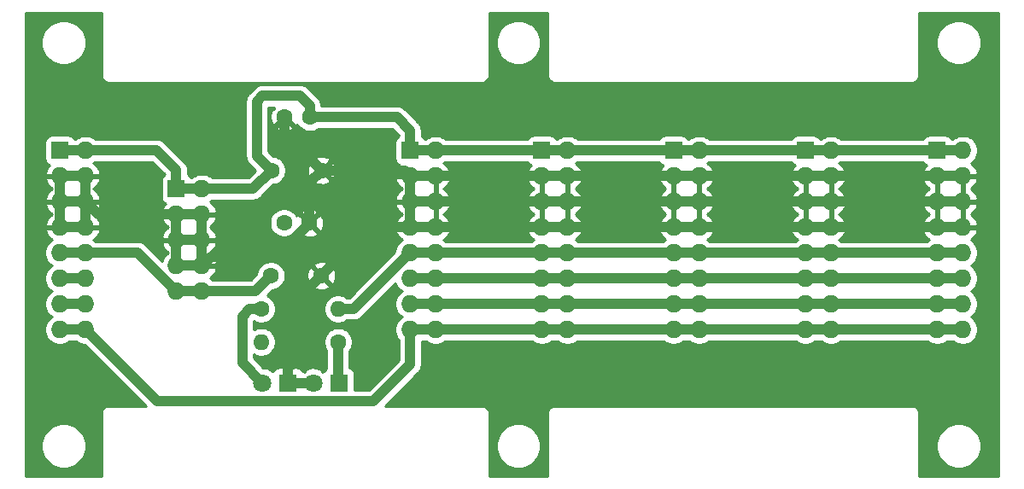
<source format=gtl>
G04 #@! TF.GenerationSoftware,KiCad,Pcbnew,(5.1.5-0-10_14)*
G04 #@! TF.CreationDate,2020-07-20T19:09:49-04:00*
G04 #@! TF.ProjectId,AYOMSM - Power Supply Daughter Board,41594f4d-534d-4202-9d20-506f77657220,rev?*
G04 #@! TF.SameCoordinates,Original*
G04 #@! TF.FileFunction,Copper,L1,Top*
G04 #@! TF.FilePolarity,Positive*
%FSLAX46Y46*%
G04 Gerber Fmt 4.6, Leading zero omitted, Abs format (unit mm)*
G04 Created by KiCad (PCBNEW (5.1.5-0-10_14)) date 2020-07-20 19:09:49*
%MOMM*%
%LPD*%
G04 APERTURE LIST*
%ADD10C,1.600000*%
%ADD11C,1.800000*%
%ADD12R,1.800000X1.800000*%
%ADD13R,1.727200X1.727200*%
%ADD14O,1.727200X1.727200*%
%ADD15O,1.600000X1.600000*%
%ADD16C,1.000000*%
%ADD17C,0.254000*%
G04 APERTURE END LIST*
D10*
X137818500Y-65430400D03*
X135318500Y-65430400D03*
X135267700Y-75921680D03*
X137767700Y-75921680D03*
X138972300Y-81167320D03*
X133972300Y-81167320D03*
X139017700Y-70713600D03*
X134017700Y-70713600D03*
D11*
X133134100Y-91795600D03*
D12*
X135674100Y-91795600D03*
X140728700Y-91795600D03*
D11*
X138188700Y-91795600D03*
D13*
X113055400Y-68732400D03*
D14*
X115595400Y-68732400D03*
X113055400Y-71272400D03*
X115595400Y-71272400D03*
X113055400Y-73812400D03*
X115595400Y-73812400D03*
X113055400Y-76352400D03*
X115595400Y-76352400D03*
X113055400Y-78892400D03*
X115595400Y-78892400D03*
X113055400Y-81432400D03*
X115595400Y-81432400D03*
X113055400Y-83972400D03*
X115595400Y-83972400D03*
X113055400Y-86512400D03*
X115595400Y-86512400D03*
X150304500Y-86512400D03*
X147764500Y-86512400D03*
X150304500Y-83972400D03*
X147764500Y-83972400D03*
X150304500Y-81432400D03*
X147764500Y-81432400D03*
X150304500Y-78892400D03*
X147764500Y-78892400D03*
X150304500Y-76352400D03*
X147764500Y-76352400D03*
X150304500Y-73812400D03*
X147764500Y-73812400D03*
X150304500Y-71272400D03*
X147764500Y-71272400D03*
X150304500Y-68732400D03*
D13*
X147764500Y-68732400D03*
X160829625Y-68732400D03*
D14*
X163369625Y-68732400D03*
X160829625Y-71272400D03*
X163369625Y-71272400D03*
X160829625Y-73812400D03*
X163369625Y-73812400D03*
X160829625Y-76352400D03*
X163369625Y-76352400D03*
X160829625Y-78892400D03*
X163369625Y-78892400D03*
X160829625Y-81432400D03*
X163369625Y-81432400D03*
X160829625Y-83972400D03*
X163369625Y-83972400D03*
X160829625Y-86512400D03*
X163369625Y-86512400D03*
X176434750Y-86512400D03*
X173894750Y-86512400D03*
X176434750Y-83972400D03*
X173894750Y-83972400D03*
X176434750Y-81432400D03*
X173894750Y-81432400D03*
X176434750Y-78892400D03*
X173894750Y-78892400D03*
X176434750Y-76352400D03*
X173894750Y-76352400D03*
X176434750Y-73812400D03*
X173894750Y-73812400D03*
X176434750Y-71272400D03*
X173894750Y-71272400D03*
X176434750Y-68732400D03*
D13*
X173894750Y-68732400D03*
X186959875Y-68732400D03*
D14*
X189499875Y-68732400D03*
X186959875Y-71272400D03*
X189499875Y-71272400D03*
X186959875Y-73812400D03*
X189499875Y-73812400D03*
X186959875Y-76352400D03*
X189499875Y-76352400D03*
X186959875Y-78892400D03*
X189499875Y-78892400D03*
X186959875Y-81432400D03*
X189499875Y-81432400D03*
X186959875Y-83972400D03*
X189499875Y-83972400D03*
X186959875Y-86512400D03*
X189499875Y-86512400D03*
X202565000Y-86512400D03*
X200025000Y-86512400D03*
X202565000Y-83972400D03*
X200025000Y-83972400D03*
X202565000Y-81432400D03*
X200025000Y-81432400D03*
X202565000Y-78892400D03*
X200025000Y-78892400D03*
X202565000Y-76352400D03*
X200025000Y-76352400D03*
X202565000Y-73812400D03*
X200025000Y-73812400D03*
X202565000Y-71272400D03*
X200025000Y-71272400D03*
X202565000Y-68732400D03*
D13*
X200025000Y-68732400D03*
D15*
X133007100Y-87731600D03*
D10*
X140627100Y-87731600D03*
X133007100Y-84455000D03*
D15*
X140627100Y-84455000D03*
D13*
X124587000Y-72542400D03*
D14*
X127127000Y-72542400D03*
X124587000Y-75082400D03*
X127127000Y-75082400D03*
X124587000Y-77622400D03*
X127127000Y-77622400D03*
X124587000Y-80162400D03*
X127127000Y-80162400D03*
X124587000Y-82702400D03*
X127127000Y-82702400D03*
D16*
X147764500Y-78892400D02*
X150304500Y-78892400D01*
X150304500Y-78892400D02*
X160829625Y-78892400D01*
X163369625Y-78892400D02*
X160829625Y-78892400D01*
X163369625Y-78892400D02*
X173894750Y-78892400D01*
X173894750Y-78892400D02*
X176434750Y-78892400D01*
X176434750Y-78892400D02*
X186959875Y-78892400D01*
X186959875Y-78892400D02*
X189499875Y-78892400D01*
X189499875Y-78892400D02*
X200025000Y-78892400D01*
X202565000Y-78892400D02*
X200025000Y-78892400D01*
X113055400Y-78892400D02*
X115595400Y-78892400D01*
X120777000Y-78892400D02*
X124587000Y-82702400D01*
X115595400Y-78892400D02*
X120777000Y-78892400D01*
X127127000Y-82702400D02*
X124587000Y-82702400D01*
X132437220Y-82702400D02*
X133972300Y-81167320D01*
X127127000Y-82702400D02*
X132437220Y-82702400D01*
X142201900Y-84455000D02*
X147764500Y-78892400D01*
X140627100Y-84455000D02*
X142201900Y-84455000D01*
X147764500Y-71272400D02*
X150304500Y-71272400D01*
X150304500Y-71272400D02*
X160829625Y-71272400D01*
X160829625Y-71272400D02*
X163369625Y-71272400D01*
X163369625Y-71272400D02*
X173894750Y-71272400D01*
X173894750Y-71272400D02*
X176434750Y-71272400D01*
X176434750Y-71272400D02*
X186959875Y-71272400D01*
X186959875Y-71272400D02*
X189499875Y-71272400D01*
X189499875Y-71272400D02*
X200025000Y-71272400D01*
X200025000Y-71272400D02*
X202565000Y-71272400D01*
X202565000Y-73812400D02*
X200025000Y-73812400D01*
X200025000Y-73812400D02*
X189499875Y-73812400D01*
X189499875Y-73812400D02*
X186959875Y-73812400D01*
X186959875Y-73812400D02*
X176434750Y-73812400D01*
X176434750Y-73812400D02*
X173894750Y-73812400D01*
X172673436Y-73812400D02*
X163369625Y-73812400D01*
X173894750Y-73812400D02*
X172673436Y-73812400D01*
X163369625Y-73812400D02*
X160829625Y-73812400D01*
X160829625Y-73812400D02*
X150304500Y-73812400D01*
X150304500Y-73812400D02*
X147764500Y-73812400D01*
X147205700Y-70713600D02*
X147764500Y-71272400D01*
X139017700Y-70713600D02*
X147205700Y-70713600D01*
X202565000Y-76352400D02*
X200025000Y-76352400D01*
X200025000Y-76352400D02*
X189499875Y-76352400D01*
X189499875Y-76352400D02*
X186959875Y-76352400D01*
X186959875Y-76352400D02*
X176434750Y-76352400D01*
X176434750Y-76352400D02*
X173894750Y-76352400D01*
X173894750Y-76352400D02*
X163369625Y-76352400D01*
X163369625Y-76352400D02*
X160829625Y-76352400D01*
X159608311Y-76352400D02*
X150304500Y-76352400D01*
X160829625Y-76352400D02*
X159608311Y-76352400D01*
X150304500Y-76352400D02*
X147764500Y-76352400D01*
X137767700Y-71963600D02*
X139017700Y-70713600D01*
X137767700Y-75921680D02*
X137767700Y-71963600D01*
X135318500Y-67014400D02*
X139017700Y-70713600D01*
X135318500Y-65430400D02*
X135318500Y-67014400D01*
X143787220Y-76352400D02*
X147764500Y-76352400D01*
X138972300Y-81167320D02*
X143787220Y-76352400D01*
X113055400Y-71272400D02*
X115595400Y-71272400D01*
X113055400Y-73812400D02*
X115595400Y-73812400D01*
X113055400Y-76352400D02*
X115595400Y-76352400D01*
X113055400Y-71272400D02*
X113055400Y-73812400D01*
X113055400Y-76352400D02*
X113055400Y-73812400D01*
X116865400Y-75082400D02*
X124587000Y-75082400D01*
X115595400Y-73812400D02*
X116865400Y-75082400D01*
X124587000Y-75082400D02*
X124587000Y-77622400D01*
X124587000Y-80162400D02*
X124587000Y-77622400D01*
X127127000Y-75082400D02*
X124587000Y-75082400D01*
X127127000Y-77622400D02*
X127127000Y-75082400D01*
X127127000Y-77622400D02*
X127127000Y-80162400D01*
X127127000Y-80162400D02*
X124587000Y-80162400D01*
X124587000Y-77622400D02*
X127127000Y-77622400D01*
X115595400Y-71272400D02*
X115595400Y-73812400D01*
X115595400Y-76352400D02*
X115595400Y-73812400D01*
X136967701Y-76721679D02*
X137767700Y-75921680D01*
X134390579Y-79298801D02*
X136967701Y-76721679D01*
X127990599Y-79298801D02*
X134390579Y-79298801D01*
X127127000Y-80162400D02*
X127990599Y-79298801D01*
X135674100Y-91795600D02*
X138188700Y-91795600D01*
X135674100Y-84465520D02*
X138972300Y-81167320D01*
X135674100Y-91795600D02*
X135674100Y-84465520D01*
X147764500Y-71272400D02*
X147764500Y-73812400D01*
X147764500Y-76352400D02*
X147764500Y-73812400D01*
X202565000Y-68732400D02*
X200025000Y-68732400D01*
X200025000Y-68732400D02*
X189499875Y-68732400D01*
X186959875Y-68732400D02*
X189499875Y-68732400D01*
X186959875Y-68732400D02*
X176434750Y-68732400D01*
X176434750Y-68732400D02*
X173894750Y-68732400D01*
X173894750Y-68732400D02*
X163369625Y-68732400D01*
X160829625Y-68732400D02*
X163369625Y-68732400D01*
X160829625Y-68732400D02*
X150304500Y-68732400D01*
X150304500Y-68732400D02*
X147764500Y-68732400D01*
X137818500Y-65430400D02*
X146456400Y-65430400D01*
X147764500Y-66738500D02*
X147764500Y-68732400D01*
X146456400Y-65430400D02*
X147764500Y-66738500D01*
X113055400Y-68732400D02*
X115595400Y-68732400D01*
X124587000Y-70678800D02*
X124587000Y-72542400D01*
X122640600Y-68732400D02*
X124587000Y-70678800D01*
X115595400Y-68732400D02*
X122640600Y-68732400D01*
X124587000Y-72542400D02*
X127127000Y-72542400D01*
X132188900Y-72542400D02*
X134017700Y-70713600D01*
X127127000Y-72542400D02*
X132188900Y-72542400D01*
X134017700Y-70713600D02*
X132588000Y-69283900D01*
X137818500Y-64299030D02*
X136842500Y-63323030D01*
X137818500Y-65430400D02*
X137818500Y-64299030D01*
X136842500Y-63323030D02*
X133145970Y-63323030D01*
X132588000Y-63881000D02*
X132588000Y-69283900D01*
X133145970Y-63323030D02*
X132588000Y-63881000D01*
X131875730Y-84455000D02*
X131127500Y-85203230D01*
X133007100Y-84455000D02*
X131875730Y-84455000D01*
X131127500Y-89789000D02*
X133134100Y-91795600D01*
X131127500Y-85203230D02*
X131127500Y-89789000D01*
X140627100Y-91694000D02*
X140728700Y-91795600D01*
X140627100Y-87731600D02*
X140627100Y-91694000D01*
X202565000Y-81432400D02*
X200025000Y-81432400D01*
X200025000Y-81432400D02*
X189499875Y-81432400D01*
X189499875Y-81432400D02*
X186959875Y-81432400D01*
X186959875Y-81432400D02*
X176434750Y-81432400D01*
X176434750Y-81432400D02*
X173894750Y-81432400D01*
X173894750Y-81432400D02*
X163369625Y-81432400D01*
X163369625Y-81432400D02*
X160829625Y-81432400D01*
X160829625Y-81432400D02*
X150304500Y-81432400D01*
X150304500Y-81432400D02*
X147764500Y-81432400D01*
X113055400Y-81432400D02*
X115595400Y-81432400D01*
X113055400Y-83972400D02*
X115595400Y-83972400D01*
X147764500Y-83972400D02*
X150304500Y-83972400D01*
X150304500Y-83972400D02*
X160829625Y-83972400D01*
X160829625Y-83972400D02*
X163369625Y-83972400D01*
X163369625Y-83972400D02*
X173894750Y-83972400D01*
X173894750Y-83972400D02*
X176434750Y-83972400D01*
X177656064Y-83972400D02*
X186959875Y-83972400D01*
X176434750Y-83972400D02*
X177656064Y-83972400D01*
X186959875Y-83972400D02*
X189499875Y-83972400D01*
X189499875Y-83972400D02*
X200025000Y-83972400D01*
X202565000Y-83972400D02*
X200025000Y-83972400D01*
X113055400Y-86512400D02*
X115595400Y-86512400D01*
X147764500Y-86512400D02*
X150304500Y-86512400D01*
X150304500Y-86512400D02*
X160829625Y-86512400D01*
X160829625Y-86512400D02*
X163369625Y-86512400D01*
X163369625Y-86512400D02*
X173894750Y-86512400D01*
X173894750Y-86512400D02*
X176434750Y-86512400D01*
X176434750Y-86512400D02*
X186959875Y-86512400D01*
X186959875Y-86512400D02*
X189499875Y-86512400D01*
X202565000Y-86512400D02*
X200025000Y-86512400D01*
X200025000Y-86512400D02*
X189499875Y-86512400D01*
X115595400Y-86512400D02*
X122682000Y-93599000D01*
X122682000Y-93599000D02*
X144145000Y-93599000D01*
X147764500Y-89979500D02*
X147764500Y-86512400D01*
X144145000Y-93599000D02*
X147764500Y-89979500D01*
D17*
G36*
X117170601Y-61308571D02*
G01*
X117167407Y-61341000D01*
X117180150Y-61470383D01*
X117217890Y-61594793D01*
X117279175Y-61709450D01*
X117361652Y-61809948D01*
X117462150Y-61892425D01*
X117576807Y-61953710D01*
X117701217Y-61991450D01*
X117798181Y-62001000D01*
X117830600Y-62004193D01*
X117863019Y-62001000D01*
X154907581Y-62001000D01*
X154940000Y-62004193D01*
X154972419Y-62001000D01*
X155069383Y-61991450D01*
X155193793Y-61953710D01*
X155308450Y-61892425D01*
X155408948Y-61809948D01*
X155491425Y-61709450D01*
X155552710Y-61594793D01*
X155590450Y-61470383D01*
X155603193Y-61341000D01*
X155600000Y-61308581D01*
X155600000Y-57818872D01*
X156265000Y-57818872D01*
X156265000Y-58259128D01*
X156350890Y-58690925D01*
X156519369Y-59097669D01*
X156763962Y-59463729D01*
X157075271Y-59775038D01*
X157441331Y-60019631D01*
X157848075Y-60188110D01*
X158279872Y-60274000D01*
X158720128Y-60274000D01*
X159151925Y-60188110D01*
X159558669Y-60019631D01*
X159924729Y-59775038D01*
X160236038Y-59463729D01*
X160480631Y-59097669D01*
X160649110Y-58690925D01*
X160735000Y-58259128D01*
X160735000Y-57818872D01*
X160649110Y-57387075D01*
X160480631Y-56980331D01*
X160236038Y-56614271D01*
X159924729Y-56302962D01*
X159558669Y-56058369D01*
X159151925Y-55889890D01*
X158720128Y-55804000D01*
X158279872Y-55804000D01*
X157848075Y-55889890D01*
X157441331Y-56058369D01*
X157075271Y-56302962D01*
X156763962Y-56614271D01*
X156519369Y-56980331D01*
X156350890Y-57387075D01*
X156265000Y-57818872D01*
X155600000Y-57818872D01*
X155600000Y-55041400D01*
X161392000Y-55041400D01*
X161392001Y-61308571D01*
X161388807Y-61341000D01*
X161401550Y-61470383D01*
X161439290Y-61594793D01*
X161500575Y-61709450D01*
X161583052Y-61809948D01*
X161683550Y-61892425D01*
X161798207Y-61953710D01*
X161922617Y-61991450D01*
X162019581Y-62001000D01*
X162052000Y-62004193D01*
X162084419Y-62001000D01*
X197528781Y-62001000D01*
X197561200Y-62004193D01*
X197593619Y-62001000D01*
X197690583Y-61991450D01*
X197814993Y-61953710D01*
X197929650Y-61892425D01*
X198030148Y-61809948D01*
X198112625Y-61709450D01*
X198173910Y-61594793D01*
X198211650Y-61470383D01*
X198224393Y-61341000D01*
X198221200Y-61308581D01*
X198221200Y-57818872D01*
X199923600Y-57818872D01*
X199923600Y-58259128D01*
X200009490Y-58690925D01*
X200177969Y-59097669D01*
X200422562Y-59463729D01*
X200733871Y-59775038D01*
X201099931Y-60019631D01*
X201506675Y-60188110D01*
X201938472Y-60274000D01*
X202378728Y-60274000D01*
X202810525Y-60188110D01*
X203217269Y-60019631D01*
X203583329Y-59775038D01*
X203894638Y-59463729D01*
X204139231Y-59097669D01*
X204307710Y-58690925D01*
X204393600Y-58259128D01*
X204393600Y-57818872D01*
X204307710Y-57387075D01*
X204139231Y-56980331D01*
X203894638Y-56614271D01*
X203583329Y-56302962D01*
X203217269Y-56058369D01*
X202810525Y-55889890D01*
X202378728Y-55804000D01*
X201938472Y-55804000D01*
X201506675Y-55889890D01*
X201099931Y-56058369D01*
X200733871Y-56302962D01*
X200422562Y-56614271D01*
X200177969Y-56980331D01*
X200009490Y-57387075D01*
X199923600Y-57818872D01*
X198221200Y-57818872D01*
X198221200Y-55041400D01*
X206096001Y-55041400D01*
X206096000Y-61308581D01*
X206096000Y-61308582D01*
X206096001Y-94709572D01*
X206096000Y-94709582D01*
X206096001Y-101041600D01*
X198221200Y-101041600D01*
X198221200Y-97831672D01*
X199923600Y-97831672D01*
X199923600Y-98271928D01*
X200009490Y-98703725D01*
X200177969Y-99110469D01*
X200422562Y-99476529D01*
X200733871Y-99787838D01*
X201099931Y-100032431D01*
X201506675Y-100200910D01*
X201938472Y-100286800D01*
X202378728Y-100286800D01*
X202810525Y-100200910D01*
X203217269Y-100032431D01*
X203583329Y-99787838D01*
X203894638Y-99476529D01*
X204139231Y-99110469D01*
X204307710Y-98703725D01*
X204393600Y-98271928D01*
X204393600Y-97831672D01*
X204307710Y-97399875D01*
X204139231Y-96993131D01*
X203894638Y-96627071D01*
X203583329Y-96315762D01*
X203217269Y-96071169D01*
X202810525Y-95902690D01*
X202378728Y-95816800D01*
X201938472Y-95816800D01*
X201506675Y-95902690D01*
X201099931Y-96071169D01*
X200733871Y-96315762D01*
X200422562Y-96627071D01*
X200177969Y-96993131D01*
X200009490Y-97399875D01*
X199923600Y-97831672D01*
X198221200Y-97831672D01*
X198221200Y-94774419D01*
X198224393Y-94742000D01*
X198211650Y-94612617D01*
X198173910Y-94488207D01*
X198112625Y-94373550D01*
X198030148Y-94273052D01*
X197929650Y-94190575D01*
X197814993Y-94129290D01*
X197690583Y-94091550D01*
X197593619Y-94082000D01*
X197561200Y-94078807D01*
X197528781Y-94082000D01*
X162084419Y-94082000D01*
X162052000Y-94078807D01*
X162019581Y-94082000D01*
X161922617Y-94091550D01*
X161798207Y-94129290D01*
X161683550Y-94190575D01*
X161583052Y-94273052D01*
X161500575Y-94373550D01*
X161439290Y-94488207D01*
X161401550Y-94612617D01*
X161388807Y-94742000D01*
X161392001Y-94774429D01*
X161392000Y-101041600D01*
X155600000Y-101041600D01*
X155600000Y-97831672D01*
X156265000Y-97831672D01*
X156265000Y-98271928D01*
X156350890Y-98703725D01*
X156519369Y-99110469D01*
X156763962Y-99476529D01*
X157075271Y-99787838D01*
X157441331Y-100032431D01*
X157848075Y-100200910D01*
X158279872Y-100286800D01*
X158720128Y-100286800D01*
X159151925Y-100200910D01*
X159558669Y-100032431D01*
X159924729Y-99787838D01*
X160236038Y-99476529D01*
X160480631Y-99110469D01*
X160649110Y-98703725D01*
X160735000Y-98271928D01*
X160735000Y-97831672D01*
X160649110Y-97399875D01*
X160480631Y-96993131D01*
X160236038Y-96627071D01*
X159924729Y-96315762D01*
X159558669Y-96071169D01*
X159151925Y-95902690D01*
X158720128Y-95816800D01*
X158279872Y-95816800D01*
X157848075Y-95902690D01*
X157441331Y-96071169D01*
X157075271Y-96315762D01*
X156763962Y-96627071D01*
X156519369Y-96993131D01*
X156350890Y-97399875D01*
X156265000Y-97831672D01*
X155600000Y-97831672D01*
X155600000Y-94774419D01*
X155603193Y-94742000D01*
X155590450Y-94612617D01*
X155552710Y-94488207D01*
X155491425Y-94373550D01*
X155408948Y-94273052D01*
X155308450Y-94190575D01*
X155193793Y-94129290D01*
X155069383Y-94091550D01*
X154972419Y-94082000D01*
X154940000Y-94078807D01*
X154907581Y-94082000D01*
X145267131Y-94082000D01*
X148527641Y-90821491D01*
X148570949Y-90785949D01*
X148712784Y-90613123D01*
X148818176Y-90415947D01*
X148883077Y-90201999D01*
X148899500Y-90035252D01*
X148899500Y-90035251D01*
X148904991Y-89979500D01*
X148899500Y-89923749D01*
X148899500Y-87647400D01*
X149320159Y-87647400D01*
X149349198Y-87676439D01*
X149594647Y-87840442D01*
X149867375Y-87953410D01*
X150156901Y-88011000D01*
X150452099Y-88011000D01*
X150741625Y-87953410D01*
X151014353Y-87840442D01*
X151259802Y-87676439D01*
X151288841Y-87647400D01*
X159845284Y-87647400D01*
X159874323Y-87676439D01*
X160119772Y-87840442D01*
X160392500Y-87953410D01*
X160682026Y-88011000D01*
X160977224Y-88011000D01*
X161266750Y-87953410D01*
X161539478Y-87840442D01*
X161784927Y-87676439D01*
X161813966Y-87647400D01*
X162385284Y-87647400D01*
X162414323Y-87676439D01*
X162659772Y-87840442D01*
X162932500Y-87953410D01*
X163222026Y-88011000D01*
X163517224Y-88011000D01*
X163806750Y-87953410D01*
X164079478Y-87840442D01*
X164324927Y-87676439D01*
X164353966Y-87647400D01*
X172910409Y-87647400D01*
X172939448Y-87676439D01*
X173184897Y-87840442D01*
X173457625Y-87953410D01*
X173747151Y-88011000D01*
X174042349Y-88011000D01*
X174331875Y-87953410D01*
X174604603Y-87840442D01*
X174850052Y-87676439D01*
X174879091Y-87647400D01*
X175450409Y-87647400D01*
X175479448Y-87676439D01*
X175724897Y-87840442D01*
X175997625Y-87953410D01*
X176287151Y-88011000D01*
X176582349Y-88011000D01*
X176871875Y-87953410D01*
X177144603Y-87840442D01*
X177390052Y-87676439D01*
X177419091Y-87647400D01*
X185975534Y-87647400D01*
X186004573Y-87676439D01*
X186250022Y-87840442D01*
X186522750Y-87953410D01*
X186812276Y-88011000D01*
X187107474Y-88011000D01*
X187397000Y-87953410D01*
X187669728Y-87840442D01*
X187915177Y-87676439D01*
X187944216Y-87647400D01*
X188515534Y-87647400D01*
X188544573Y-87676439D01*
X188790022Y-87840442D01*
X189062750Y-87953410D01*
X189352276Y-88011000D01*
X189647474Y-88011000D01*
X189937000Y-87953410D01*
X190209728Y-87840442D01*
X190455177Y-87676439D01*
X190484216Y-87647400D01*
X199040659Y-87647400D01*
X199069698Y-87676439D01*
X199315147Y-87840442D01*
X199587875Y-87953410D01*
X199877401Y-88011000D01*
X200172599Y-88011000D01*
X200462125Y-87953410D01*
X200734853Y-87840442D01*
X200980302Y-87676439D01*
X201009341Y-87647400D01*
X201580659Y-87647400D01*
X201609698Y-87676439D01*
X201855147Y-87840442D01*
X202127875Y-87953410D01*
X202417401Y-88011000D01*
X202712599Y-88011000D01*
X203002125Y-87953410D01*
X203274853Y-87840442D01*
X203520302Y-87676439D01*
X203729039Y-87467702D01*
X203893042Y-87222253D01*
X204006010Y-86949525D01*
X204063600Y-86659999D01*
X204063600Y-86364801D01*
X204006010Y-86075275D01*
X203893042Y-85802547D01*
X203729039Y-85557098D01*
X203520302Y-85348361D01*
X203361719Y-85242400D01*
X203520302Y-85136439D01*
X203729039Y-84927702D01*
X203893042Y-84682253D01*
X204006010Y-84409525D01*
X204063600Y-84119999D01*
X204063600Y-83824801D01*
X204006010Y-83535275D01*
X203893042Y-83262547D01*
X203729039Y-83017098D01*
X203520302Y-82808361D01*
X203361719Y-82702400D01*
X203520302Y-82596439D01*
X203729039Y-82387702D01*
X203893042Y-82142253D01*
X204006010Y-81869525D01*
X204063600Y-81579999D01*
X204063600Y-81284801D01*
X204006010Y-80995275D01*
X203893042Y-80722547D01*
X203729039Y-80477098D01*
X203520302Y-80268361D01*
X203361719Y-80162400D01*
X203520302Y-80056439D01*
X203729039Y-79847702D01*
X203893042Y-79602253D01*
X204006010Y-79329525D01*
X204063600Y-79039999D01*
X204063600Y-78744801D01*
X204006010Y-78455275D01*
X203893042Y-78182547D01*
X203729039Y-77937098D01*
X203520302Y-77728361D01*
X203354897Y-77617841D01*
X203453488Y-77559217D01*
X203671854Y-77362693D01*
X203847684Y-77127344D01*
X203974222Y-76862214D01*
X204019958Y-76711426D01*
X203898817Y-76479400D01*
X202692000Y-76479400D01*
X202692000Y-76499400D01*
X202438000Y-76499400D01*
X202438000Y-76479400D01*
X200152000Y-76479400D01*
X200152000Y-76499400D01*
X199898000Y-76499400D01*
X199898000Y-76479400D01*
X198691183Y-76479400D01*
X198570042Y-76711426D01*
X198615778Y-76862214D01*
X198742316Y-77127344D01*
X198918146Y-77362693D01*
X199136512Y-77559217D01*
X199235103Y-77617841D01*
X199069698Y-77728361D01*
X199040659Y-77757400D01*
X190484216Y-77757400D01*
X190455177Y-77728361D01*
X190289772Y-77617841D01*
X190388363Y-77559217D01*
X190606729Y-77362693D01*
X190782559Y-77127344D01*
X190909097Y-76862214D01*
X190954833Y-76711426D01*
X190833692Y-76479400D01*
X189626875Y-76479400D01*
X189626875Y-76499400D01*
X189372875Y-76499400D01*
X189372875Y-76479400D01*
X187086875Y-76479400D01*
X187086875Y-76499400D01*
X186832875Y-76499400D01*
X186832875Y-76479400D01*
X185626058Y-76479400D01*
X185504917Y-76711426D01*
X185550653Y-76862214D01*
X185677191Y-77127344D01*
X185853021Y-77362693D01*
X186071387Y-77559217D01*
X186169978Y-77617841D01*
X186004573Y-77728361D01*
X185975534Y-77757400D01*
X177419091Y-77757400D01*
X177390052Y-77728361D01*
X177224647Y-77617841D01*
X177323238Y-77559217D01*
X177541604Y-77362693D01*
X177717434Y-77127344D01*
X177843972Y-76862214D01*
X177889708Y-76711426D01*
X177768567Y-76479400D01*
X176561750Y-76479400D01*
X176561750Y-76499400D01*
X176307750Y-76499400D01*
X176307750Y-76479400D01*
X174021750Y-76479400D01*
X174021750Y-76499400D01*
X173767750Y-76499400D01*
X173767750Y-76479400D01*
X172560933Y-76479400D01*
X172439792Y-76711426D01*
X172485528Y-76862214D01*
X172612066Y-77127344D01*
X172787896Y-77362693D01*
X173006262Y-77559217D01*
X173104853Y-77617841D01*
X172939448Y-77728361D01*
X172910409Y-77757400D01*
X164353966Y-77757400D01*
X164324927Y-77728361D01*
X164159522Y-77617841D01*
X164258113Y-77559217D01*
X164476479Y-77362693D01*
X164652309Y-77127344D01*
X164778847Y-76862214D01*
X164824583Y-76711426D01*
X164703442Y-76479400D01*
X163496625Y-76479400D01*
X163496625Y-76499400D01*
X163242625Y-76499400D01*
X163242625Y-76479400D01*
X160956625Y-76479400D01*
X160956625Y-76499400D01*
X160702625Y-76499400D01*
X160702625Y-76479400D01*
X159495808Y-76479400D01*
X159374667Y-76711426D01*
X159420403Y-76862214D01*
X159546941Y-77127344D01*
X159722771Y-77362693D01*
X159941137Y-77559217D01*
X160039728Y-77617841D01*
X159874323Y-77728361D01*
X159845284Y-77757400D01*
X151288841Y-77757400D01*
X151259802Y-77728361D01*
X151094397Y-77617841D01*
X151192988Y-77559217D01*
X151411354Y-77362693D01*
X151587184Y-77127344D01*
X151713722Y-76862214D01*
X151759458Y-76711426D01*
X151638317Y-76479400D01*
X150431500Y-76479400D01*
X150431500Y-76499400D01*
X150177500Y-76499400D01*
X150177500Y-76479400D01*
X147891500Y-76479400D01*
X147891500Y-76499400D01*
X147637500Y-76499400D01*
X147637500Y-76479400D01*
X146430683Y-76479400D01*
X146309542Y-76711426D01*
X146355278Y-76862214D01*
X146481816Y-77127344D01*
X146657646Y-77362693D01*
X146876012Y-77559217D01*
X146974603Y-77617841D01*
X146809198Y-77728361D01*
X146600461Y-77937098D01*
X146436458Y-78182547D01*
X146323490Y-78455275D01*
X146265900Y-78744801D01*
X146265900Y-78785868D01*
X141731769Y-83320000D01*
X141511384Y-83320000D01*
X141306827Y-83183320D01*
X141045674Y-83075147D01*
X140768435Y-83020000D01*
X140485765Y-83020000D01*
X140208526Y-83075147D01*
X139947373Y-83183320D01*
X139712341Y-83340363D01*
X139512463Y-83540241D01*
X139355420Y-83775273D01*
X139247247Y-84036426D01*
X139192100Y-84313665D01*
X139192100Y-84596335D01*
X139247247Y-84873574D01*
X139355420Y-85134727D01*
X139512463Y-85369759D01*
X139712341Y-85569637D01*
X139947373Y-85726680D01*
X140208526Y-85834853D01*
X140485765Y-85890000D01*
X140768435Y-85890000D01*
X141045674Y-85834853D01*
X141306827Y-85726680D01*
X141511384Y-85590000D01*
X142146149Y-85590000D01*
X142201900Y-85595491D01*
X142257651Y-85590000D01*
X142257652Y-85590000D01*
X142424399Y-85573577D01*
X142638347Y-85508676D01*
X142835523Y-85403284D01*
X143008349Y-85261449D01*
X143043896Y-85218135D01*
X146343705Y-81918327D01*
X146436458Y-82142253D01*
X146600461Y-82387702D01*
X146809198Y-82596439D01*
X146967781Y-82702400D01*
X146809198Y-82808361D01*
X146600461Y-83017098D01*
X146436458Y-83262547D01*
X146323490Y-83535275D01*
X146265900Y-83824801D01*
X146265900Y-84119999D01*
X146323490Y-84409525D01*
X146436458Y-84682253D01*
X146600461Y-84927702D01*
X146809198Y-85136439D01*
X146967781Y-85242400D01*
X146809198Y-85348361D01*
X146600461Y-85557098D01*
X146436458Y-85802547D01*
X146323490Y-86075275D01*
X146265900Y-86364801D01*
X146265900Y-86659999D01*
X146323490Y-86949525D01*
X146436458Y-87222253D01*
X146600461Y-87467702D01*
X146629501Y-87496742D01*
X146629500Y-89509368D01*
X143674869Y-92464000D01*
X142266772Y-92464000D01*
X142266772Y-90895600D01*
X142254512Y-90771118D01*
X142218202Y-90651420D01*
X142159237Y-90541106D01*
X142079885Y-90444415D01*
X141983194Y-90365063D01*
X141872880Y-90306098D01*
X141762100Y-90272493D01*
X141762100Y-88615884D01*
X141898780Y-88411327D01*
X142006953Y-88150174D01*
X142062100Y-87872935D01*
X142062100Y-87590265D01*
X142006953Y-87313026D01*
X141898780Y-87051873D01*
X141741737Y-86816841D01*
X141541859Y-86616963D01*
X141306827Y-86459920D01*
X141045674Y-86351747D01*
X140768435Y-86296600D01*
X140485765Y-86296600D01*
X140208526Y-86351747D01*
X139947373Y-86459920D01*
X139712341Y-86616963D01*
X139512463Y-86816841D01*
X139355420Y-87051873D01*
X139247247Y-87313026D01*
X139192100Y-87590265D01*
X139192100Y-87872935D01*
X139247247Y-88150174D01*
X139355420Y-88411327D01*
X139492100Y-88615884D01*
X139492101Y-90355498D01*
X139474206Y-90365063D01*
X139377515Y-90444415D01*
X139298163Y-90541106D01*
X139239198Y-90651420D01*
X139235887Y-90662335D01*
X139189122Y-90615570D01*
X139073174Y-90731518D01*
X138989492Y-90477339D01*
X138716925Y-90346442D01*
X138424058Y-90271235D01*
X138122147Y-90254609D01*
X137822793Y-90297203D01*
X137537501Y-90397378D01*
X137387908Y-90477339D01*
X137304226Y-90731518D01*
X137188278Y-90615570D01*
X137159710Y-90644138D01*
X137104637Y-90541106D01*
X137025285Y-90444415D01*
X136928594Y-90365063D01*
X136818280Y-90306098D01*
X136698582Y-90269788D01*
X136574100Y-90257528D01*
X135959850Y-90260600D01*
X135801100Y-90419350D01*
X135801100Y-91668600D01*
X135821100Y-91668600D01*
X135821100Y-91922600D01*
X135801100Y-91922600D01*
X135801100Y-91942600D01*
X135547100Y-91942600D01*
X135547100Y-91922600D01*
X135527100Y-91922600D01*
X135527100Y-91668600D01*
X135547100Y-91668600D01*
X135547100Y-90419350D01*
X135388350Y-90260600D01*
X134774100Y-90257528D01*
X134649618Y-90269788D01*
X134529920Y-90306098D01*
X134419606Y-90365063D01*
X134322915Y-90444415D01*
X134243563Y-90541106D01*
X134184598Y-90651420D01*
X134179044Y-90669727D01*
X134112605Y-90603288D01*
X133861195Y-90435301D01*
X133581843Y-90319589D01*
X133285284Y-90260600D01*
X133204232Y-90260600D01*
X132262500Y-89318869D01*
X132262500Y-88959933D01*
X132327373Y-89003280D01*
X132588526Y-89111453D01*
X132865765Y-89166600D01*
X133148435Y-89166600D01*
X133425674Y-89111453D01*
X133686827Y-89003280D01*
X133921859Y-88846237D01*
X134121737Y-88646359D01*
X134278780Y-88411327D01*
X134386953Y-88150174D01*
X134442100Y-87872935D01*
X134442100Y-87590265D01*
X134386953Y-87313026D01*
X134278780Y-87051873D01*
X134121737Y-86816841D01*
X133921859Y-86616963D01*
X133686827Y-86459920D01*
X133425674Y-86351747D01*
X133148435Y-86296600D01*
X132865765Y-86296600D01*
X132588526Y-86351747D01*
X132327373Y-86459920D01*
X132262500Y-86503267D01*
X132262500Y-85683333D01*
X132327373Y-85726680D01*
X132588526Y-85834853D01*
X132865765Y-85890000D01*
X133148435Y-85890000D01*
X133425674Y-85834853D01*
X133686827Y-85726680D01*
X133921859Y-85569637D01*
X134121737Y-85369759D01*
X134278780Y-85134727D01*
X134386953Y-84873574D01*
X134442100Y-84596335D01*
X134442100Y-84313665D01*
X134386953Y-84036426D01*
X134278780Y-83775273D01*
X134121737Y-83540241D01*
X133921859Y-83340363D01*
X133686827Y-83183320D01*
X133598159Y-83146592D01*
X134149582Y-82595170D01*
X134390874Y-82547173D01*
X134652027Y-82439000D01*
X134887059Y-82281957D01*
X135008994Y-82160022D01*
X138159203Y-82160022D01*
X138230786Y-82403991D01*
X138486296Y-82524891D01*
X138760484Y-82593620D01*
X139042812Y-82607537D01*
X139322430Y-82566107D01*
X139588592Y-82470923D01*
X139713814Y-82403991D01*
X139785397Y-82160022D01*
X138972300Y-81346925D01*
X138159203Y-82160022D01*
X135008994Y-82160022D01*
X135086937Y-82082079D01*
X135243980Y-81847047D01*
X135352153Y-81585894D01*
X135407300Y-81308655D01*
X135407300Y-81237832D01*
X137532083Y-81237832D01*
X137573513Y-81517450D01*
X137668697Y-81783612D01*
X137735629Y-81908834D01*
X137979598Y-81980417D01*
X138792695Y-81167320D01*
X139151905Y-81167320D01*
X139965002Y-81980417D01*
X140208971Y-81908834D01*
X140329871Y-81653324D01*
X140398600Y-81379136D01*
X140412517Y-81096808D01*
X140371087Y-80817190D01*
X140275903Y-80551028D01*
X140208971Y-80425806D01*
X139965002Y-80354223D01*
X139151905Y-81167320D01*
X138792695Y-81167320D01*
X137979598Y-80354223D01*
X137735629Y-80425806D01*
X137614729Y-80681316D01*
X137546000Y-80955504D01*
X137532083Y-81237832D01*
X135407300Y-81237832D01*
X135407300Y-81025985D01*
X135352153Y-80748746D01*
X135243980Y-80487593D01*
X135086937Y-80252561D01*
X135008994Y-80174618D01*
X138159203Y-80174618D01*
X138972300Y-80987715D01*
X139785397Y-80174618D01*
X139713814Y-79930649D01*
X139458304Y-79809749D01*
X139184116Y-79741020D01*
X138901788Y-79727103D01*
X138622170Y-79768533D01*
X138356008Y-79863717D01*
X138230786Y-79930649D01*
X138159203Y-80174618D01*
X135008994Y-80174618D01*
X134887059Y-80052683D01*
X134652027Y-79895640D01*
X134390874Y-79787467D01*
X134113635Y-79732320D01*
X133830965Y-79732320D01*
X133553726Y-79787467D01*
X133292573Y-79895640D01*
X133057541Y-80052683D01*
X132857663Y-80252561D01*
X132700620Y-80487593D01*
X132592447Y-80748746D01*
X132544450Y-80990038D01*
X131967089Y-81567400D01*
X128111341Y-81567400D01*
X128082302Y-81538361D01*
X127916897Y-81427841D01*
X128015488Y-81369217D01*
X128233854Y-81172693D01*
X128409684Y-80937344D01*
X128536222Y-80672214D01*
X128581958Y-80521426D01*
X128460817Y-80289400D01*
X127254000Y-80289400D01*
X127254000Y-80309400D01*
X127000000Y-80309400D01*
X127000000Y-80289400D01*
X124714000Y-80289400D01*
X124714000Y-80309400D01*
X124460000Y-80309400D01*
X124460000Y-80289400D01*
X124440000Y-80289400D01*
X124440000Y-80035400D01*
X124460000Y-80035400D01*
X124460000Y-77749400D01*
X124714000Y-77749400D01*
X124714000Y-80035400D01*
X127000000Y-80035400D01*
X127000000Y-77749400D01*
X127254000Y-77749400D01*
X127254000Y-80035400D01*
X128460817Y-80035400D01*
X128581958Y-79803374D01*
X128536222Y-79652586D01*
X128409684Y-79387456D01*
X128233854Y-79152107D01*
X128015488Y-78955583D01*
X127909230Y-78892400D01*
X128015488Y-78829217D01*
X128233854Y-78632693D01*
X128409684Y-78397344D01*
X128536222Y-78132214D01*
X128581958Y-77981426D01*
X128460817Y-77749400D01*
X127254000Y-77749400D01*
X127000000Y-77749400D01*
X124714000Y-77749400D01*
X124460000Y-77749400D01*
X123253183Y-77749400D01*
X123132042Y-77981426D01*
X123177778Y-78132214D01*
X123304316Y-78397344D01*
X123480146Y-78632693D01*
X123698512Y-78829217D01*
X123804770Y-78892400D01*
X123698512Y-78955583D01*
X123480146Y-79152107D01*
X123304316Y-79387456D01*
X123177778Y-79652586D01*
X123169526Y-79679794D01*
X121618996Y-78129265D01*
X121583449Y-78085951D01*
X121410623Y-77944116D01*
X121213447Y-77838724D01*
X120999499Y-77773823D01*
X120832752Y-77757400D01*
X120832751Y-77757400D01*
X120777000Y-77751909D01*
X120721249Y-77757400D01*
X116579741Y-77757400D01*
X116550702Y-77728361D01*
X116385297Y-77617841D01*
X116483888Y-77559217D01*
X116702254Y-77362693D01*
X116878084Y-77127344D01*
X117004622Y-76862214D01*
X117050358Y-76711426D01*
X116929217Y-76479400D01*
X115722400Y-76479400D01*
X115722400Y-76499400D01*
X115468400Y-76499400D01*
X115468400Y-76479400D01*
X113182400Y-76479400D01*
X113182400Y-76499400D01*
X112928400Y-76499400D01*
X112928400Y-76479400D01*
X111721583Y-76479400D01*
X111600442Y-76711426D01*
X111646178Y-76862214D01*
X111772716Y-77127344D01*
X111948546Y-77362693D01*
X112166912Y-77559217D01*
X112265503Y-77617841D01*
X112100098Y-77728361D01*
X111891361Y-77937098D01*
X111727358Y-78182547D01*
X111614390Y-78455275D01*
X111556800Y-78744801D01*
X111556800Y-79039999D01*
X111614390Y-79329525D01*
X111727358Y-79602253D01*
X111891361Y-79847702D01*
X112100098Y-80056439D01*
X112258681Y-80162400D01*
X112100098Y-80268361D01*
X111891361Y-80477098D01*
X111727358Y-80722547D01*
X111614390Y-80995275D01*
X111556800Y-81284801D01*
X111556800Y-81579999D01*
X111614390Y-81869525D01*
X111727358Y-82142253D01*
X111891361Y-82387702D01*
X112100098Y-82596439D01*
X112258681Y-82702400D01*
X112100098Y-82808361D01*
X111891361Y-83017098D01*
X111727358Y-83262547D01*
X111614390Y-83535275D01*
X111556800Y-83824801D01*
X111556800Y-84119999D01*
X111614390Y-84409525D01*
X111727358Y-84682253D01*
X111891361Y-84927702D01*
X112100098Y-85136439D01*
X112258681Y-85242400D01*
X112100098Y-85348361D01*
X111891361Y-85557098D01*
X111727358Y-85802547D01*
X111614390Y-86075275D01*
X111556800Y-86364801D01*
X111556800Y-86659999D01*
X111614390Y-86949525D01*
X111727358Y-87222253D01*
X111891361Y-87467702D01*
X112100098Y-87676439D01*
X112345547Y-87840442D01*
X112618275Y-87953410D01*
X112907801Y-88011000D01*
X113202999Y-88011000D01*
X113492525Y-87953410D01*
X113765253Y-87840442D01*
X114010702Y-87676439D01*
X114039741Y-87647400D01*
X114611059Y-87647400D01*
X114640098Y-87676439D01*
X114885547Y-87840442D01*
X115158275Y-87953410D01*
X115447801Y-88011000D01*
X115488869Y-88011000D01*
X121559868Y-94082000D01*
X117863019Y-94082000D01*
X117830600Y-94078807D01*
X117798181Y-94082000D01*
X117701217Y-94091550D01*
X117576807Y-94129290D01*
X117462150Y-94190575D01*
X117361652Y-94273052D01*
X117279175Y-94373550D01*
X117217890Y-94488207D01*
X117180150Y-94612617D01*
X117167407Y-94742000D01*
X117170601Y-94774429D01*
X117170600Y-101041600D01*
X109660000Y-101041600D01*
X109660000Y-97831672D01*
X111180300Y-97831672D01*
X111180300Y-98271928D01*
X111266190Y-98703725D01*
X111434669Y-99110469D01*
X111679262Y-99476529D01*
X111990571Y-99787838D01*
X112356631Y-100032431D01*
X112763375Y-100200910D01*
X113195172Y-100286800D01*
X113635428Y-100286800D01*
X114067225Y-100200910D01*
X114473969Y-100032431D01*
X114840029Y-99787838D01*
X115151338Y-99476529D01*
X115395931Y-99110469D01*
X115564410Y-98703725D01*
X115650300Y-98271928D01*
X115650300Y-97831672D01*
X115564410Y-97399875D01*
X115395931Y-96993131D01*
X115151338Y-96627071D01*
X114840029Y-96315762D01*
X114473969Y-96071169D01*
X114067225Y-95902690D01*
X113635428Y-95816800D01*
X113195172Y-95816800D01*
X112763375Y-95902690D01*
X112356631Y-96071169D01*
X111990571Y-96315762D01*
X111679262Y-96627071D01*
X111434669Y-96993131D01*
X111266190Y-97399875D01*
X111180300Y-97831672D01*
X109660000Y-97831672D01*
X109660000Y-74171426D01*
X111600442Y-74171426D01*
X111646178Y-74322214D01*
X111772716Y-74587344D01*
X111948546Y-74822693D01*
X112166912Y-75019217D01*
X112273170Y-75082400D01*
X112166912Y-75145583D01*
X111948546Y-75342107D01*
X111772716Y-75577456D01*
X111646178Y-75842586D01*
X111600442Y-75993374D01*
X111721583Y-76225400D01*
X112928400Y-76225400D01*
X112928400Y-73939400D01*
X113182400Y-73939400D01*
X113182400Y-76225400D01*
X115468400Y-76225400D01*
X115468400Y-73939400D01*
X115722400Y-73939400D01*
X115722400Y-76225400D01*
X116929217Y-76225400D01*
X117050358Y-75993374D01*
X117004622Y-75842586D01*
X116878084Y-75577456D01*
X116776456Y-75441426D01*
X123132042Y-75441426D01*
X123177778Y-75592214D01*
X123304316Y-75857344D01*
X123480146Y-76092693D01*
X123698512Y-76289217D01*
X123804770Y-76352400D01*
X123698512Y-76415583D01*
X123480146Y-76612107D01*
X123304316Y-76847456D01*
X123177778Y-77112586D01*
X123132042Y-77263374D01*
X123253183Y-77495400D01*
X124460000Y-77495400D01*
X124460000Y-75209400D01*
X124714000Y-75209400D01*
X124714000Y-77495400D01*
X127000000Y-77495400D01*
X127000000Y-75209400D01*
X127254000Y-75209400D01*
X127254000Y-77495400D01*
X128460817Y-77495400D01*
X128581958Y-77263374D01*
X128536222Y-77112586D01*
X128409684Y-76847456D01*
X128233854Y-76612107D01*
X128015488Y-76415583D01*
X127909230Y-76352400D01*
X128015488Y-76289217D01*
X128233854Y-76092693D01*
X128409684Y-75857344D01*
X128446433Y-75780345D01*
X133832700Y-75780345D01*
X133832700Y-76063015D01*
X133887847Y-76340254D01*
X133996020Y-76601407D01*
X134153063Y-76836439D01*
X134352941Y-77036317D01*
X134587973Y-77193360D01*
X134849126Y-77301533D01*
X135126365Y-77356680D01*
X135409035Y-77356680D01*
X135686274Y-77301533D01*
X135947427Y-77193360D01*
X136182459Y-77036317D01*
X136304394Y-76914382D01*
X136954603Y-76914382D01*
X137026186Y-77158351D01*
X137281696Y-77279251D01*
X137555884Y-77347980D01*
X137838212Y-77361897D01*
X138117830Y-77320467D01*
X138383992Y-77225283D01*
X138509214Y-77158351D01*
X138580797Y-76914382D01*
X137767700Y-76101285D01*
X136954603Y-76914382D01*
X136304394Y-76914382D01*
X136382337Y-76836439D01*
X136516392Y-76635811D01*
X136531029Y-76663194D01*
X136774998Y-76734777D01*
X137588095Y-75921680D01*
X137947305Y-75921680D01*
X138760402Y-76734777D01*
X139004371Y-76663194D01*
X139125271Y-76407684D01*
X139194000Y-76133496D01*
X139207917Y-75851168D01*
X139166487Y-75571550D01*
X139071303Y-75305388D01*
X139004371Y-75180166D01*
X138760402Y-75108583D01*
X137947305Y-75921680D01*
X137588095Y-75921680D01*
X136774998Y-75108583D01*
X136531029Y-75180166D01*
X136517376Y-75209021D01*
X136382337Y-75006921D01*
X136304394Y-74928978D01*
X136954603Y-74928978D01*
X137767700Y-75742075D01*
X138580797Y-74928978D01*
X138509214Y-74685009D01*
X138253704Y-74564109D01*
X137979516Y-74495380D01*
X137697188Y-74481463D01*
X137417570Y-74522893D01*
X137151408Y-74618077D01*
X137026186Y-74685009D01*
X136954603Y-74928978D01*
X136304394Y-74928978D01*
X136182459Y-74807043D01*
X135947427Y-74650000D01*
X135686274Y-74541827D01*
X135409035Y-74486680D01*
X135126365Y-74486680D01*
X134849126Y-74541827D01*
X134587973Y-74650000D01*
X134352941Y-74807043D01*
X134153063Y-75006921D01*
X133996020Y-75241953D01*
X133887847Y-75503106D01*
X133832700Y-75780345D01*
X128446433Y-75780345D01*
X128536222Y-75592214D01*
X128581958Y-75441426D01*
X128460817Y-75209400D01*
X127254000Y-75209400D01*
X127000000Y-75209400D01*
X124714000Y-75209400D01*
X124460000Y-75209400D01*
X123253183Y-75209400D01*
X123132042Y-75441426D01*
X116776456Y-75441426D01*
X116702254Y-75342107D01*
X116483888Y-75145583D01*
X116377630Y-75082400D01*
X116483888Y-75019217D01*
X116702254Y-74822693D01*
X116878084Y-74587344D01*
X117004622Y-74322214D01*
X117050358Y-74171426D01*
X116929217Y-73939400D01*
X115722400Y-73939400D01*
X115468400Y-73939400D01*
X113182400Y-73939400D01*
X112928400Y-73939400D01*
X111721583Y-73939400D01*
X111600442Y-74171426D01*
X109660000Y-74171426D01*
X109660000Y-71631426D01*
X111600442Y-71631426D01*
X111646178Y-71782214D01*
X111772716Y-72047344D01*
X111948546Y-72282693D01*
X112166912Y-72479217D01*
X112273170Y-72542400D01*
X112166912Y-72605583D01*
X111948546Y-72802107D01*
X111772716Y-73037456D01*
X111646178Y-73302586D01*
X111600442Y-73453374D01*
X111721583Y-73685400D01*
X112928400Y-73685400D01*
X112928400Y-71399400D01*
X113182400Y-71399400D01*
X113182400Y-73685400D01*
X115468400Y-73685400D01*
X115468400Y-71399400D01*
X115722400Y-71399400D01*
X115722400Y-73685400D01*
X116929217Y-73685400D01*
X117050358Y-73453374D01*
X117004622Y-73302586D01*
X116878084Y-73037456D01*
X116702254Y-72802107D01*
X116483888Y-72605583D01*
X116377630Y-72542400D01*
X116483888Y-72479217D01*
X116702254Y-72282693D01*
X116878084Y-72047344D01*
X117004622Y-71782214D01*
X117050358Y-71631426D01*
X116929217Y-71399400D01*
X115722400Y-71399400D01*
X115468400Y-71399400D01*
X113182400Y-71399400D01*
X112928400Y-71399400D01*
X111721583Y-71399400D01*
X111600442Y-71631426D01*
X109660000Y-71631426D01*
X109660000Y-67868800D01*
X111553728Y-67868800D01*
X111553728Y-69596000D01*
X111565988Y-69720482D01*
X111602298Y-69840180D01*
X111661263Y-69950494D01*
X111740615Y-70047185D01*
X111837306Y-70126537D01*
X111947620Y-70185502D01*
X112011974Y-70205024D01*
X111948546Y-70262107D01*
X111772716Y-70497456D01*
X111646178Y-70762586D01*
X111600442Y-70913374D01*
X111721583Y-71145400D01*
X112928400Y-71145400D01*
X112928400Y-71125400D01*
X113182400Y-71125400D01*
X113182400Y-71145400D01*
X115468400Y-71145400D01*
X115468400Y-71125400D01*
X115722400Y-71125400D01*
X115722400Y-71145400D01*
X116929217Y-71145400D01*
X117050358Y-70913374D01*
X117004622Y-70762586D01*
X116878084Y-70497456D01*
X116702254Y-70262107D01*
X116483888Y-70065583D01*
X116385297Y-70006959D01*
X116550702Y-69896439D01*
X116579741Y-69867400D01*
X122170469Y-69867400D01*
X123422620Y-71119552D01*
X123368906Y-71148263D01*
X123272215Y-71227615D01*
X123192863Y-71324306D01*
X123133898Y-71434620D01*
X123097588Y-71554318D01*
X123085328Y-71678800D01*
X123085328Y-73406000D01*
X123097588Y-73530482D01*
X123133898Y-73650180D01*
X123192863Y-73760494D01*
X123272215Y-73857185D01*
X123368906Y-73936537D01*
X123479220Y-73995502D01*
X123543574Y-74015024D01*
X123480146Y-74072107D01*
X123304316Y-74307456D01*
X123177778Y-74572586D01*
X123132042Y-74723374D01*
X123253183Y-74955400D01*
X124460000Y-74955400D01*
X124460000Y-74935400D01*
X124714000Y-74935400D01*
X124714000Y-74955400D01*
X127000000Y-74955400D01*
X127000000Y-74935400D01*
X127254000Y-74935400D01*
X127254000Y-74955400D01*
X128460817Y-74955400D01*
X128581958Y-74723374D01*
X128536222Y-74572586D01*
X128409684Y-74307456D01*
X128308056Y-74171426D01*
X146309542Y-74171426D01*
X146355278Y-74322214D01*
X146481816Y-74587344D01*
X146657646Y-74822693D01*
X146876012Y-75019217D01*
X146982270Y-75082400D01*
X146876012Y-75145583D01*
X146657646Y-75342107D01*
X146481816Y-75577456D01*
X146355278Y-75842586D01*
X146309542Y-75993374D01*
X146430683Y-76225400D01*
X147637500Y-76225400D01*
X147637500Y-73939400D01*
X147891500Y-73939400D01*
X147891500Y-76225400D01*
X150177500Y-76225400D01*
X150177500Y-73939400D01*
X150431500Y-73939400D01*
X150431500Y-76225400D01*
X151638317Y-76225400D01*
X151759458Y-75993374D01*
X151713722Y-75842586D01*
X151587184Y-75577456D01*
X151411354Y-75342107D01*
X151192988Y-75145583D01*
X151086730Y-75082400D01*
X151192988Y-75019217D01*
X151411354Y-74822693D01*
X151587184Y-74587344D01*
X151713722Y-74322214D01*
X151759458Y-74171426D01*
X159374667Y-74171426D01*
X159420403Y-74322214D01*
X159546941Y-74587344D01*
X159722771Y-74822693D01*
X159941137Y-75019217D01*
X160047395Y-75082400D01*
X159941137Y-75145583D01*
X159722771Y-75342107D01*
X159546941Y-75577456D01*
X159420403Y-75842586D01*
X159374667Y-75993374D01*
X159495808Y-76225400D01*
X160702625Y-76225400D01*
X160702625Y-73939400D01*
X160956625Y-73939400D01*
X160956625Y-76225400D01*
X163242625Y-76225400D01*
X163242625Y-73939400D01*
X163496625Y-73939400D01*
X163496625Y-76225400D01*
X164703442Y-76225400D01*
X164824583Y-75993374D01*
X164778847Y-75842586D01*
X164652309Y-75577456D01*
X164476479Y-75342107D01*
X164258113Y-75145583D01*
X164151855Y-75082400D01*
X164258113Y-75019217D01*
X164476479Y-74822693D01*
X164652309Y-74587344D01*
X164778847Y-74322214D01*
X164824583Y-74171426D01*
X172439792Y-74171426D01*
X172485528Y-74322214D01*
X172612066Y-74587344D01*
X172787896Y-74822693D01*
X173006262Y-75019217D01*
X173112520Y-75082400D01*
X173006262Y-75145583D01*
X172787896Y-75342107D01*
X172612066Y-75577456D01*
X172485528Y-75842586D01*
X172439792Y-75993374D01*
X172560933Y-76225400D01*
X173767750Y-76225400D01*
X173767750Y-73939400D01*
X174021750Y-73939400D01*
X174021750Y-76225400D01*
X176307750Y-76225400D01*
X176307750Y-73939400D01*
X176561750Y-73939400D01*
X176561750Y-76225400D01*
X177768567Y-76225400D01*
X177889708Y-75993374D01*
X177843972Y-75842586D01*
X177717434Y-75577456D01*
X177541604Y-75342107D01*
X177323238Y-75145583D01*
X177216980Y-75082400D01*
X177323238Y-75019217D01*
X177541604Y-74822693D01*
X177717434Y-74587344D01*
X177843972Y-74322214D01*
X177889708Y-74171426D01*
X185504917Y-74171426D01*
X185550653Y-74322214D01*
X185677191Y-74587344D01*
X185853021Y-74822693D01*
X186071387Y-75019217D01*
X186177645Y-75082400D01*
X186071387Y-75145583D01*
X185853021Y-75342107D01*
X185677191Y-75577456D01*
X185550653Y-75842586D01*
X185504917Y-75993374D01*
X185626058Y-76225400D01*
X186832875Y-76225400D01*
X186832875Y-73939400D01*
X187086875Y-73939400D01*
X187086875Y-76225400D01*
X189372875Y-76225400D01*
X189372875Y-73939400D01*
X189626875Y-73939400D01*
X189626875Y-76225400D01*
X190833692Y-76225400D01*
X190954833Y-75993374D01*
X190909097Y-75842586D01*
X190782559Y-75577456D01*
X190606729Y-75342107D01*
X190388363Y-75145583D01*
X190282105Y-75082400D01*
X190388363Y-75019217D01*
X190606729Y-74822693D01*
X190782559Y-74587344D01*
X190909097Y-74322214D01*
X190954833Y-74171426D01*
X198570042Y-74171426D01*
X198615778Y-74322214D01*
X198742316Y-74587344D01*
X198918146Y-74822693D01*
X199136512Y-75019217D01*
X199242770Y-75082400D01*
X199136512Y-75145583D01*
X198918146Y-75342107D01*
X198742316Y-75577456D01*
X198615778Y-75842586D01*
X198570042Y-75993374D01*
X198691183Y-76225400D01*
X199898000Y-76225400D01*
X199898000Y-73939400D01*
X200152000Y-73939400D01*
X200152000Y-76225400D01*
X202438000Y-76225400D01*
X202438000Y-73939400D01*
X202692000Y-73939400D01*
X202692000Y-76225400D01*
X203898817Y-76225400D01*
X204019958Y-75993374D01*
X203974222Y-75842586D01*
X203847684Y-75577456D01*
X203671854Y-75342107D01*
X203453488Y-75145583D01*
X203347230Y-75082400D01*
X203453488Y-75019217D01*
X203671854Y-74822693D01*
X203847684Y-74587344D01*
X203974222Y-74322214D01*
X204019958Y-74171426D01*
X203898817Y-73939400D01*
X202692000Y-73939400D01*
X202438000Y-73939400D01*
X200152000Y-73939400D01*
X199898000Y-73939400D01*
X198691183Y-73939400D01*
X198570042Y-74171426D01*
X190954833Y-74171426D01*
X190833692Y-73939400D01*
X189626875Y-73939400D01*
X189372875Y-73939400D01*
X187086875Y-73939400D01*
X186832875Y-73939400D01*
X185626058Y-73939400D01*
X185504917Y-74171426D01*
X177889708Y-74171426D01*
X177768567Y-73939400D01*
X176561750Y-73939400D01*
X176307750Y-73939400D01*
X174021750Y-73939400D01*
X173767750Y-73939400D01*
X172560933Y-73939400D01*
X172439792Y-74171426D01*
X164824583Y-74171426D01*
X164703442Y-73939400D01*
X163496625Y-73939400D01*
X163242625Y-73939400D01*
X160956625Y-73939400D01*
X160702625Y-73939400D01*
X159495808Y-73939400D01*
X159374667Y-74171426D01*
X151759458Y-74171426D01*
X151638317Y-73939400D01*
X150431500Y-73939400D01*
X150177500Y-73939400D01*
X147891500Y-73939400D01*
X147637500Y-73939400D01*
X146430683Y-73939400D01*
X146309542Y-74171426D01*
X128308056Y-74171426D01*
X128233854Y-74072107D01*
X128015488Y-73875583D01*
X127916897Y-73816959D01*
X128082302Y-73706439D01*
X128111341Y-73677400D01*
X132133149Y-73677400D01*
X132188900Y-73682891D01*
X132244651Y-73677400D01*
X132244652Y-73677400D01*
X132411399Y-73660977D01*
X132625347Y-73596076D01*
X132822523Y-73490684D01*
X132995349Y-73348849D01*
X133030896Y-73305535D01*
X134194982Y-72141450D01*
X134436274Y-72093453D01*
X134697427Y-71985280D01*
X134932459Y-71828237D01*
X135054394Y-71706302D01*
X138204603Y-71706302D01*
X138276186Y-71950271D01*
X138531696Y-72071171D01*
X138805884Y-72139900D01*
X139088212Y-72153817D01*
X139367830Y-72112387D01*
X139633992Y-72017203D01*
X139759214Y-71950271D01*
X139830797Y-71706302D01*
X139755921Y-71631426D01*
X146309542Y-71631426D01*
X146355278Y-71782214D01*
X146481816Y-72047344D01*
X146657646Y-72282693D01*
X146876012Y-72479217D01*
X146982270Y-72542400D01*
X146876012Y-72605583D01*
X146657646Y-72802107D01*
X146481816Y-73037456D01*
X146355278Y-73302586D01*
X146309542Y-73453374D01*
X146430683Y-73685400D01*
X147637500Y-73685400D01*
X147637500Y-71399400D01*
X147891500Y-71399400D01*
X147891500Y-73685400D01*
X150177500Y-73685400D01*
X150177500Y-71399400D01*
X150431500Y-71399400D01*
X150431500Y-73685400D01*
X151638317Y-73685400D01*
X151759458Y-73453374D01*
X151713722Y-73302586D01*
X151587184Y-73037456D01*
X151411354Y-72802107D01*
X151192988Y-72605583D01*
X151086730Y-72542400D01*
X151192988Y-72479217D01*
X151411354Y-72282693D01*
X151587184Y-72047344D01*
X151713722Y-71782214D01*
X151759458Y-71631426D01*
X159374667Y-71631426D01*
X159420403Y-71782214D01*
X159546941Y-72047344D01*
X159722771Y-72282693D01*
X159941137Y-72479217D01*
X160047395Y-72542400D01*
X159941137Y-72605583D01*
X159722771Y-72802107D01*
X159546941Y-73037456D01*
X159420403Y-73302586D01*
X159374667Y-73453374D01*
X159495808Y-73685400D01*
X160702625Y-73685400D01*
X160702625Y-71399400D01*
X160956625Y-71399400D01*
X160956625Y-73685400D01*
X163242625Y-73685400D01*
X163242625Y-71399400D01*
X163496625Y-71399400D01*
X163496625Y-73685400D01*
X164703442Y-73685400D01*
X164824583Y-73453374D01*
X164778847Y-73302586D01*
X164652309Y-73037456D01*
X164476479Y-72802107D01*
X164258113Y-72605583D01*
X164151855Y-72542400D01*
X164258113Y-72479217D01*
X164476479Y-72282693D01*
X164652309Y-72047344D01*
X164778847Y-71782214D01*
X164824583Y-71631426D01*
X172439792Y-71631426D01*
X172485528Y-71782214D01*
X172612066Y-72047344D01*
X172787896Y-72282693D01*
X173006262Y-72479217D01*
X173112520Y-72542400D01*
X173006262Y-72605583D01*
X172787896Y-72802107D01*
X172612066Y-73037456D01*
X172485528Y-73302586D01*
X172439792Y-73453374D01*
X172560933Y-73685400D01*
X173767750Y-73685400D01*
X173767750Y-71399400D01*
X174021750Y-71399400D01*
X174021750Y-73685400D01*
X176307750Y-73685400D01*
X176307750Y-71399400D01*
X176561750Y-71399400D01*
X176561750Y-73685400D01*
X177768567Y-73685400D01*
X177889708Y-73453374D01*
X177843972Y-73302586D01*
X177717434Y-73037456D01*
X177541604Y-72802107D01*
X177323238Y-72605583D01*
X177216980Y-72542400D01*
X177323238Y-72479217D01*
X177541604Y-72282693D01*
X177717434Y-72047344D01*
X177843972Y-71782214D01*
X177889708Y-71631426D01*
X185504917Y-71631426D01*
X185550653Y-71782214D01*
X185677191Y-72047344D01*
X185853021Y-72282693D01*
X186071387Y-72479217D01*
X186177645Y-72542400D01*
X186071387Y-72605583D01*
X185853021Y-72802107D01*
X185677191Y-73037456D01*
X185550653Y-73302586D01*
X185504917Y-73453374D01*
X185626058Y-73685400D01*
X186832875Y-73685400D01*
X186832875Y-71399400D01*
X187086875Y-71399400D01*
X187086875Y-73685400D01*
X189372875Y-73685400D01*
X189372875Y-71399400D01*
X189626875Y-71399400D01*
X189626875Y-73685400D01*
X190833692Y-73685400D01*
X190954833Y-73453374D01*
X190909097Y-73302586D01*
X190782559Y-73037456D01*
X190606729Y-72802107D01*
X190388363Y-72605583D01*
X190282105Y-72542400D01*
X190388363Y-72479217D01*
X190606729Y-72282693D01*
X190782559Y-72047344D01*
X190909097Y-71782214D01*
X190954833Y-71631426D01*
X198570042Y-71631426D01*
X198615778Y-71782214D01*
X198742316Y-72047344D01*
X198918146Y-72282693D01*
X199136512Y-72479217D01*
X199242770Y-72542400D01*
X199136512Y-72605583D01*
X198918146Y-72802107D01*
X198742316Y-73037456D01*
X198615778Y-73302586D01*
X198570042Y-73453374D01*
X198691183Y-73685400D01*
X199898000Y-73685400D01*
X199898000Y-71399400D01*
X200152000Y-71399400D01*
X200152000Y-73685400D01*
X202438000Y-73685400D01*
X202438000Y-71399400D01*
X202692000Y-71399400D01*
X202692000Y-73685400D01*
X203898817Y-73685400D01*
X204019958Y-73453374D01*
X203974222Y-73302586D01*
X203847684Y-73037456D01*
X203671854Y-72802107D01*
X203453488Y-72605583D01*
X203347230Y-72542400D01*
X203453488Y-72479217D01*
X203671854Y-72282693D01*
X203847684Y-72047344D01*
X203974222Y-71782214D01*
X204019958Y-71631426D01*
X203898817Y-71399400D01*
X202692000Y-71399400D01*
X202438000Y-71399400D01*
X200152000Y-71399400D01*
X199898000Y-71399400D01*
X198691183Y-71399400D01*
X198570042Y-71631426D01*
X190954833Y-71631426D01*
X190833692Y-71399400D01*
X189626875Y-71399400D01*
X189372875Y-71399400D01*
X187086875Y-71399400D01*
X186832875Y-71399400D01*
X185626058Y-71399400D01*
X185504917Y-71631426D01*
X177889708Y-71631426D01*
X177768567Y-71399400D01*
X176561750Y-71399400D01*
X176307750Y-71399400D01*
X174021750Y-71399400D01*
X173767750Y-71399400D01*
X172560933Y-71399400D01*
X172439792Y-71631426D01*
X164824583Y-71631426D01*
X164703442Y-71399400D01*
X163496625Y-71399400D01*
X163242625Y-71399400D01*
X160956625Y-71399400D01*
X160702625Y-71399400D01*
X159495808Y-71399400D01*
X159374667Y-71631426D01*
X151759458Y-71631426D01*
X151638317Y-71399400D01*
X150431500Y-71399400D01*
X150177500Y-71399400D01*
X147891500Y-71399400D01*
X147637500Y-71399400D01*
X146430683Y-71399400D01*
X146309542Y-71631426D01*
X139755921Y-71631426D01*
X139017700Y-70893205D01*
X138204603Y-71706302D01*
X135054394Y-71706302D01*
X135132337Y-71628359D01*
X135289380Y-71393327D01*
X135397553Y-71132174D01*
X135452700Y-70854935D01*
X135452700Y-70784112D01*
X137577483Y-70784112D01*
X137618913Y-71063730D01*
X137714097Y-71329892D01*
X137781029Y-71455114D01*
X138024998Y-71526697D01*
X138838095Y-70713600D01*
X139197305Y-70713600D01*
X140010402Y-71526697D01*
X140254371Y-71455114D01*
X140375271Y-71199604D01*
X140444000Y-70925416D01*
X140457917Y-70643088D01*
X140416487Y-70363470D01*
X140321303Y-70097308D01*
X140254371Y-69972086D01*
X140010402Y-69900503D01*
X139197305Y-70713600D01*
X138838095Y-70713600D01*
X138024998Y-69900503D01*
X137781029Y-69972086D01*
X137660129Y-70227596D01*
X137591400Y-70501784D01*
X137577483Y-70784112D01*
X135452700Y-70784112D01*
X135452700Y-70572265D01*
X135397553Y-70295026D01*
X135289380Y-70033873D01*
X135132337Y-69798841D01*
X135054394Y-69720898D01*
X138204603Y-69720898D01*
X139017700Y-70533995D01*
X139830797Y-69720898D01*
X139759214Y-69476929D01*
X139503704Y-69356029D01*
X139229516Y-69287300D01*
X138947188Y-69273383D01*
X138667570Y-69314813D01*
X138401408Y-69409997D01*
X138276186Y-69476929D01*
X138204603Y-69720898D01*
X135054394Y-69720898D01*
X134932459Y-69598963D01*
X134697427Y-69441920D01*
X134436274Y-69333747D01*
X134194982Y-69285750D01*
X133723000Y-68813769D01*
X133723000Y-66423102D01*
X134505403Y-66423102D01*
X134576986Y-66667071D01*
X134832496Y-66787971D01*
X135106684Y-66856700D01*
X135389012Y-66870617D01*
X135668630Y-66829187D01*
X135934792Y-66734003D01*
X136060014Y-66667071D01*
X136131597Y-66423102D01*
X135318500Y-65610005D01*
X134505403Y-66423102D01*
X133723000Y-66423102D01*
X133723000Y-64458030D01*
X134252523Y-64458030D01*
X134209523Y-64501030D01*
X134325796Y-64617303D01*
X134081829Y-64688886D01*
X133960929Y-64944396D01*
X133892200Y-65218584D01*
X133878283Y-65500912D01*
X133919713Y-65780530D01*
X134014897Y-66046692D01*
X134081829Y-66171914D01*
X134325798Y-66243497D01*
X135138895Y-65430400D01*
X135124753Y-65416258D01*
X135304358Y-65236653D01*
X135318500Y-65250795D01*
X135332643Y-65236653D01*
X135512248Y-65416258D01*
X135498105Y-65430400D01*
X136311202Y-66243497D01*
X136555171Y-66171914D01*
X136568824Y-66143059D01*
X136703863Y-66345159D01*
X136903741Y-66545037D01*
X137138773Y-66702080D01*
X137399926Y-66810253D01*
X137677165Y-66865400D01*
X137959835Y-66865400D01*
X138237074Y-66810253D01*
X138498227Y-66702080D01*
X138702784Y-66565400D01*
X145986269Y-66565400D01*
X146629500Y-67208632D01*
X146629500Y-67293847D01*
X146546406Y-67338263D01*
X146449715Y-67417615D01*
X146370363Y-67514306D01*
X146311398Y-67624620D01*
X146275088Y-67744318D01*
X146262828Y-67868800D01*
X146262828Y-69596000D01*
X146275088Y-69720482D01*
X146311398Y-69840180D01*
X146370363Y-69950494D01*
X146449715Y-70047185D01*
X146546406Y-70126537D01*
X146656720Y-70185502D01*
X146721074Y-70205024D01*
X146657646Y-70262107D01*
X146481816Y-70497456D01*
X146355278Y-70762586D01*
X146309542Y-70913374D01*
X146430683Y-71145400D01*
X147637500Y-71145400D01*
X147637500Y-71125400D01*
X147891500Y-71125400D01*
X147891500Y-71145400D01*
X150177500Y-71145400D01*
X150177500Y-71125400D01*
X150431500Y-71125400D01*
X150431500Y-71145400D01*
X151638317Y-71145400D01*
X151759458Y-70913374D01*
X151713722Y-70762586D01*
X151587184Y-70497456D01*
X151411354Y-70262107D01*
X151192988Y-70065583D01*
X151094397Y-70006959D01*
X151259802Y-69896439D01*
X151288841Y-69867400D01*
X159391073Y-69867400D01*
X159435488Y-69950494D01*
X159514840Y-70047185D01*
X159611531Y-70126537D01*
X159721845Y-70185502D01*
X159786199Y-70205024D01*
X159722771Y-70262107D01*
X159546941Y-70497456D01*
X159420403Y-70762586D01*
X159374667Y-70913374D01*
X159495808Y-71145400D01*
X160702625Y-71145400D01*
X160702625Y-71125400D01*
X160956625Y-71125400D01*
X160956625Y-71145400D01*
X163242625Y-71145400D01*
X163242625Y-71125400D01*
X163496625Y-71125400D01*
X163496625Y-71145400D01*
X164703442Y-71145400D01*
X164824583Y-70913374D01*
X164778847Y-70762586D01*
X164652309Y-70497456D01*
X164476479Y-70262107D01*
X164258113Y-70065583D01*
X164159522Y-70006959D01*
X164324927Y-69896439D01*
X164353966Y-69867400D01*
X172456198Y-69867400D01*
X172500613Y-69950494D01*
X172579965Y-70047185D01*
X172676656Y-70126537D01*
X172786970Y-70185502D01*
X172851324Y-70205024D01*
X172787896Y-70262107D01*
X172612066Y-70497456D01*
X172485528Y-70762586D01*
X172439792Y-70913374D01*
X172560933Y-71145400D01*
X173767750Y-71145400D01*
X173767750Y-71125400D01*
X174021750Y-71125400D01*
X174021750Y-71145400D01*
X176307750Y-71145400D01*
X176307750Y-71125400D01*
X176561750Y-71125400D01*
X176561750Y-71145400D01*
X177768567Y-71145400D01*
X177889708Y-70913374D01*
X177843972Y-70762586D01*
X177717434Y-70497456D01*
X177541604Y-70262107D01*
X177323238Y-70065583D01*
X177224647Y-70006959D01*
X177390052Y-69896439D01*
X177419091Y-69867400D01*
X185521323Y-69867400D01*
X185565738Y-69950494D01*
X185645090Y-70047185D01*
X185741781Y-70126537D01*
X185852095Y-70185502D01*
X185916449Y-70205024D01*
X185853021Y-70262107D01*
X185677191Y-70497456D01*
X185550653Y-70762586D01*
X185504917Y-70913374D01*
X185626058Y-71145400D01*
X186832875Y-71145400D01*
X186832875Y-71125400D01*
X187086875Y-71125400D01*
X187086875Y-71145400D01*
X189372875Y-71145400D01*
X189372875Y-71125400D01*
X189626875Y-71125400D01*
X189626875Y-71145400D01*
X190833692Y-71145400D01*
X190954833Y-70913374D01*
X190909097Y-70762586D01*
X190782559Y-70497456D01*
X190606729Y-70262107D01*
X190388363Y-70065583D01*
X190289772Y-70006959D01*
X190455177Y-69896439D01*
X190484216Y-69867400D01*
X198586448Y-69867400D01*
X198630863Y-69950494D01*
X198710215Y-70047185D01*
X198806906Y-70126537D01*
X198917220Y-70185502D01*
X198981574Y-70205024D01*
X198918146Y-70262107D01*
X198742316Y-70497456D01*
X198615778Y-70762586D01*
X198570042Y-70913374D01*
X198691183Y-71145400D01*
X199898000Y-71145400D01*
X199898000Y-71125400D01*
X200152000Y-71125400D01*
X200152000Y-71145400D01*
X202438000Y-71145400D01*
X202438000Y-71125400D01*
X202692000Y-71125400D01*
X202692000Y-71145400D01*
X203898817Y-71145400D01*
X204019958Y-70913374D01*
X203974222Y-70762586D01*
X203847684Y-70497456D01*
X203671854Y-70262107D01*
X203453488Y-70065583D01*
X203354897Y-70006959D01*
X203520302Y-69896439D01*
X203729039Y-69687702D01*
X203893042Y-69442253D01*
X204006010Y-69169525D01*
X204063600Y-68879999D01*
X204063600Y-68584801D01*
X204006010Y-68295275D01*
X203893042Y-68022547D01*
X203729039Y-67777098D01*
X203520302Y-67568361D01*
X203274853Y-67404358D01*
X203002125Y-67291390D01*
X202712599Y-67233800D01*
X202417401Y-67233800D01*
X202127875Y-67291390D01*
X201855147Y-67404358D01*
X201609698Y-67568361D01*
X201580659Y-67597400D01*
X201463552Y-67597400D01*
X201419137Y-67514306D01*
X201339785Y-67417615D01*
X201243094Y-67338263D01*
X201132780Y-67279298D01*
X201013082Y-67242988D01*
X200888600Y-67230728D01*
X199161400Y-67230728D01*
X199036918Y-67242988D01*
X198917220Y-67279298D01*
X198806906Y-67338263D01*
X198710215Y-67417615D01*
X198630863Y-67514306D01*
X198586448Y-67597400D01*
X190484216Y-67597400D01*
X190455177Y-67568361D01*
X190209728Y-67404358D01*
X189937000Y-67291390D01*
X189647474Y-67233800D01*
X189352276Y-67233800D01*
X189062750Y-67291390D01*
X188790022Y-67404358D01*
X188544573Y-67568361D01*
X188515534Y-67597400D01*
X188398427Y-67597400D01*
X188354012Y-67514306D01*
X188274660Y-67417615D01*
X188177969Y-67338263D01*
X188067655Y-67279298D01*
X187947957Y-67242988D01*
X187823475Y-67230728D01*
X186096275Y-67230728D01*
X185971793Y-67242988D01*
X185852095Y-67279298D01*
X185741781Y-67338263D01*
X185645090Y-67417615D01*
X185565738Y-67514306D01*
X185521323Y-67597400D01*
X177419091Y-67597400D01*
X177390052Y-67568361D01*
X177144603Y-67404358D01*
X176871875Y-67291390D01*
X176582349Y-67233800D01*
X176287151Y-67233800D01*
X175997625Y-67291390D01*
X175724897Y-67404358D01*
X175479448Y-67568361D01*
X175450409Y-67597400D01*
X175333302Y-67597400D01*
X175288887Y-67514306D01*
X175209535Y-67417615D01*
X175112844Y-67338263D01*
X175002530Y-67279298D01*
X174882832Y-67242988D01*
X174758350Y-67230728D01*
X173031150Y-67230728D01*
X172906668Y-67242988D01*
X172786970Y-67279298D01*
X172676656Y-67338263D01*
X172579965Y-67417615D01*
X172500613Y-67514306D01*
X172456198Y-67597400D01*
X164353966Y-67597400D01*
X164324927Y-67568361D01*
X164079478Y-67404358D01*
X163806750Y-67291390D01*
X163517224Y-67233800D01*
X163222026Y-67233800D01*
X162932500Y-67291390D01*
X162659772Y-67404358D01*
X162414323Y-67568361D01*
X162385284Y-67597400D01*
X162268177Y-67597400D01*
X162223762Y-67514306D01*
X162144410Y-67417615D01*
X162047719Y-67338263D01*
X161937405Y-67279298D01*
X161817707Y-67242988D01*
X161693225Y-67230728D01*
X159966025Y-67230728D01*
X159841543Y-67242988D01*
X159721845Y-67279298D01*
X159611531Y-67338263D01*
X159514840Y-67417615D01*
X159435488Y-67514306D01*
X159391073Y-67597400D01*
X151288841Y-67597400D01*
X151259802Y-67568361D01*
X151014353Y-67404358D01*
X150741625Y-67291390D01*
X150452099Y-67233800D01*
X150156901Y-67233800D01*
X149867375Y-67291390D01*
X149594647Y-67404358D01*
X149349198Y-67568361D01*
X149320159Y-67597400D01*
X149203052Y-67597400D01*
X149158637Y-67514306D01*
X149079285Y-67417615D01*
X148982594Y-67338263D01*
X148899500Y-67293848D01*
X148899500Y-66794252D01*
X148904991Y-66738500D01*
X148883077Y-66516001D01*
X148818176Y-66302053D01*
X148712784Y-66104877D01*
X148679255Y-66064022D01*
X148570949Y-65932051D01*
X148527640Y-65896508D01*
X147298396Y-64667265D01*
X147262849Y-64623951D01*
X147090023Y-64482116D01*
X146892847Y-64376724D01*
X146678899Y-64311823D01*
X146512152Y-64295400D01*
X146512151Y-64295400D01*
X146456400Y-64289909D01*
X146400649Y-64295400D01*
X138958633Y-64295400D01*
X138953500Y-64243287D01*
X138953500Y-64243278D01*
X138937077Y-64076531D01*
X138872176Y-63862583D01*
X138766784Y-63665407D01*
X138624949Y-63492581D01*
X138581640Y-63457038D01*
X137684496Y-62559894D01*
X137648949Y-62516581D01*
X137476123Y-62374746D01*
X137278947Y-62269354D01*
X137064999Y-62204453D01*
X136898252Y-62188030D01*
X136898251Y-62188030D01*
X136842500Y-62182539D01*
X136786749Y-62188030D01*
X133201722Y-62188030D01*
X133145970Y-62182539D01*
X133090218Y-62188030D01*
X132923471Y-62204453D01*
X132709523Y-62269354D01*
X132512347Y-62374746D01*
X132339521Y-62516581D01*
X132303974Y-62559895D01*
X131824865Y-63039004D01*
X131781551Y-63074551D01*
X131639716Y-63247377D01*
X131534325Y-63444553D01*
X131534324Y-63444554D01*
X131469423Y-63658502D01*
X131447509Y-63881000D01*
X131453000Y-63936752D01*
X131453001Y-69228139D01*
X131447509Y-69283900D01*
X131469423Y-69506398D01*
X131534324Y-69720346D01*
X131576281Y-69798841D01*
X131639717Y-69917523D01*
X131781552Y-70090349D01*
X131824860Y-70125891D01*
X132412568Y-70713600D01*
X131718769Y-71407400D01*
X128111341Y-71407400D01*
X128082302Y-71378361D01*
X127836853Y-71214358D01*
X127564125Y-71101390D01*
X127274599Y-71043800D01*
X126979401Y-71043800D01*
X126689875Y-71101390D01*
X126417147Y-71214358D01*
X126171698Y-71378361D01*
X126142659Y-71407400D01*
X126025552Y-71407400D01*
X125981137Y-71324306D01*
X125901785Y-71227615D01*
X125805094Y-71148263D01*
X125722000Y-71103848D01*
X125722000Y-70734541D01*
X125727490Y-70678799D01*
X125722000Y-70623057D01*
X125722000Y-70623048D01*
X125705577Y-70456301D01*
X125640676Y-70242353D01*
X125535284Y-70045177D01*
X125393449Y-69872351D01*
X125350141Y-69836809D01*
X123482596Y-67969265D01*
X123447049Y-67925951D01*
X123274223Y-67784116D01*
X123077047Y-67678724D01*
X122863099Y-67613823D01*
X122696352Y-67597400D01*
X122696351Y-67597400D01*
X122640600Y-67591909D01*
X122584849Y-67597400D01*
X116579741Y-67597400D01*
X116550702Y-67568361D01*
X116305253Y-67404358D01*
X116032525Y-67291390D01*
X115742999Y-67233800D01*
X115447801Y-67233800D01*
X115158275Y-67291390D01*
X114885547Y-67404358D01*
X114640098Y-67568361D01*
X114611059Y-67597400D01*
X114493952Y-67597400D01*
X114449537Y-67514306D01*
X114370185Y-67417615D01*
X114273494Y-67338263D01*
X114163180Y-67279298D01*
X114043482Y-67242988D01*
X113919000Y-67230728D01*
X112191800Y-67230728D01*
X112067318Y-67242988D01*
X111947620Y-67279298D01*
X111837306Y-67338263D01*
X111740615Y-67417615D01*
X111661263Y-67514306D01*
X111602298Y-67624620D01*
X111565988Y-67744318D01*
X111553728Y-67868800D01*
X109660000Y-67868800D01*
X109660000Y-57818872D01*
X111180300Y-57818872D01*
X111180300Y-58259128D01*
X111266190Y-58690925D01*
X111434669Y-59097669D01*
X111679262Y-59463729D01*
X111990571Y-59775038D01*
X112356631Y-60019631D01*
X112763375Y-60188110D01*
X113195172Y-60274000D01*
X113635428Y-60274000D01*
X114067225Y-60188110D01*
X114473969Y-60019631D01*
X114840029Y-59775038D01*
X115151338Y-59463729D01*
X115395931Y-59097669D01*
X115564410Y-58690925D01*
X115650300Y-58259128D01*
X115650300Y-57818872D01*
X115564410Y-57387075D01*
X115395931Y-56980331D01*
X115151338Y-56614271D01*
X114840029Y-56302962D01*
X114473969Y-56058369D01*
X114067225Y-55889890D01*
X113635428Y-55804000D01*
X113195172Y-55804000D01*
X112763375Y-55889890D01*
X112356631Y-56058369D01*
X111990571Y-56302962D01*
X111679262Y-56614271D01*
X111434669Y-56980331D01*
X111266190Y-57387075D01*
X111180300Y-57818872D01*
X109660000Y-57818872D01*
X109660000Y-55041400D01*
X117170600Y-55041400D01*
X117170601Y-61308571D01*
G37*
X117170601Y-61308571D02*
X117167407Y-61341000D01*
X117180150Y-61470383D01*
X117217890Y-61594793D01*
X117279175Y-61709450D01*
X117361652Y-61809948D01*
X117462150Y-61892425D01*
X117576807Y-61953710D01*
X117701217Y-61991450D01*
X117798181Y-62001000D01*
X117830600Y-62004193D01*
X117863019Y-62001000D01*
X154907581Y-62001000D01*
X154940000Y-62004193D01*
X154972419Y-62001000D01*
X155069383Y-61991450D01*
X155193793Y-61953710D01*
X155308450Y-61892425D01*
X155408948Y-61809948D01*
X155491425Y-61709450D01*
X155552710Y-61594793D01*
X155590450Y-61470383D01*
X155603193Y-61341000D01*
X155600000Y-61308581D01*
X155600000Y-57818872D01*
X156265000Y-57818872D01*
X156265000Y-58259128D01*
X156350890Y-58690925D01*
X156519369Y-59097669D01*
X156763962Y-59463729D01*
X157075271Y-59775038D01*
X157441331Y-60019631D01*
X157848075Y-60188110D01*
X158279872Y-60274000D01*
X158720128Y-60274000D01*
X159151925Y-60188110D01*
X159558669Y-60019631D01*
X159924729Y-59775038D01*
X160236038Y-59463729D01*
X160480631Y-59097669D01*
X160649110Y-58690925D01*
X160735000Y-58259128D01*
X160735000Y-57818872D01*
X160649110Y-57387075D01*
X160480631Y-56980331D01*
X160236038Y-56614271D01*
X159924729Y-56302962D01*
X159558669Y-56058369D01*
X159151925Y-55889890D01*
X158720128Y-55804000D01*
X158279872Y-55804000D01*
X157848075Y-55889890D01*
X157441331Y-56058369D01*
X157075271Y-56302962D01*
X156763962Y-56614271D01*
X156519369Y-56980331D01*
X156350890Y-57387075D01*
X156265000Y-57818872D01*
X155600000Y-57818872D01*
X155600000Y-55041400D01*
X161392000Y-55041400D01*
X161392001Y-61308571D01*
X161388807Y-61341000D01*
X161401550Y-61470383D01*
X161439290Y-61594793D01*
X161500575Y-61709450D01*
X161583052Y-61809948D01*
X161683550Y-61892425D01*
X161798207Y-61953710D01*
X161922617Y-61991450D01*
X162019581Y-62001000D01*
X162052000Y-62004193D01*
X162084419Y-62001000D01*
X197528781Y-62001000D01*
X197561200Y-62004193D01*
X197593619Y-62001000D01*
X197690583Y-61991450D01*
X197814993Y-61953710D01*
X197929650Y-61892425D01*
X198030148Y-61809948D01*
X198112625Y-61709450D01*
X198173910Y-61594793D01*
X198211650Y-61470383D01*
X198224393Y-61341000D01*
X198221200Y-61308581D01*
X198221200Y-57818872D01*
X199923600Y-57818872D01*
X199923600Y-58259128D01*
X200009490Y-58690925D01*
X200177969Y-59097669D01*
X200422562Y-59463729D01*
X200733871Y-59775038D01*
X201099931Y-60019631D01*
X201506675Y-60188110D01*
X201938472Y-60274000D01*
X202378728Y-60274000D01*
X202810525Y-60188110D01*
X203217269Y-60019631D01*
X203583329Y-59775038D01*
X203894638Y-59463729D01*
X204139231Y-59097669D01*
X204307710Y-58690925D01*
X204393600Y-58259128D01*
X204393600Y-57818872D01*
X204307710Y-57387075D01*
X204139231Y-56980331D01*
X203894638Y-56614271D01*
X203583329Y-56302962D01*
X203217269Y-56058369D01*
X202810525Y-55889890D01*
X202378728Y-55804000D01*
X201938472Y-55804000D01*
X201506675Y-55889890D01*
X201099931Y-56058369D01*
X200733871Y-56302962D01*
X200422562Y-56614271D01*
X200177969Y-56980331D01*
X200009490Y-57387075D01*
X199923600Y-57818872D01*
X198221200Y-57818872D01*
X198221200Y-55041400D01*
X206096001Y-55041400D01*
X206096000Y-61308581D01*
X206096000Y-61308582D01*
X206096001Y-94709572D01*
X206096000Y-94709582D01*
X206096001Y-101041600D01*
X198221200Y-101041600D01*
X198221200Y-97831672D01*
X199923600Y-97831672D01*
X199923600Y-98271928D01*
X200009490Y-98703725D01*
X200177969Y-99110469D01*
X200422562Y-99476529D01*
X200733871Y-99787838D01*
X201099931Y-100032431D01*
X201506675Y-100200910D01*
X201938472Y-100286800D01*
X202378728Y-100286800D01*
X202810525Y-100200910D01*
X203217269Y-100032431D01*
X203583329Y-99787838D01*
X203894638Y-99476529D01*
X204139231Y-99110469D01*
X204307710Y-98703725D01*
X204393600Y-98271928D01*
X204393600Y-97831672D01*
X204307710Y-97399875D01*
X204139231Y-96993131D01*
X203894638Y-96627071D01*
X203583329Y-96315762D01*
X203217269Y-96071169D01*
X202810525Y-95902690D01*
X202378728Y-95816800D01*
X201938472Y-95816800D01*
X201506675Y-95902690D01*
X201099931Y-96071169D01*
X200733871Y-96315762D01*
X200422562Y-96627071D01*
X200177969Y-96993131D01*
X200009490Y-97399875D01*
X199923600Y-97831672D01*
X198221200Y-97831672D01*
X198221200Y-94774419D01*
X198224393Y-94742000D01*
X198211650Y-94612617D01*
X198173910Y-94488207D01*
X198112625Y-94373550D01*
X198030148Y-94273052D01*
X197929650Y-94190575D01*
X197814993Y-94129290D01*
X197690583Y-94091550D01*
X197593619Y-94082000D01*
X197561200Y-94078807D01*
X197528781Y-94082000D01*
X162084419Y-94082000D01*
X162052000Y-94078807D01*
X162019581Y-94082000D01*
X161922617Y-94091550D01*
X161798207Y-94129290D01*
X161683550Y-94190575D01*
X161583052Y-94273052D01*
X161500575Y-94373550D01*
X161439290Y-94488207D01*
X161401550Y-94612617D01*
X161388807Y-94742000D01*
X161392001Y-94774429D01*
X161392000Y-101041600D01*
X155600000Y-101041600D01*
X155600000Y-97831672D01*
X156265000Y-97831672D01*
X156265000Y-98271928D01*
X156350890Y-98703725D01*
X156519369Y-99110469D01*
X156763962Y-99476529D01*
X157075271Y-99787838D01*
X157441331Y-100032431D01*
X157848075Y-100200910D01*
X158279872Y-100286800D01*
X158720128Y-100286800D01*
X159151925Y-100200910D01*
X159558669Y-100032431D01*
X159924729Y-99787838D01*
X160236038Y-99476529D01*
X160480631Y-99110469D01*
X160649110Y-98703725D01*
X160735000Y-98271928D01*
X160735000Y-97831672D01*
X160649110Y-97399875D01*
X160480631Y-96993131D01*
X160236038Y-96627071D01*
X159924729Y-96315762D01*
X159558669Y-96071169D01*
X159151925Y-95902690D01*
X158720128Y-95816800D01*
X158279872Y-95816800D01*
X157848075Y-95902690D01*
X157441331Y-96071169D01*
X157075271Y-96315762D01*
X156763962Y-96627071D01*
X156519369Y-96993131D01*
X156350890Y-97399875D01*
X156265000Y-97831672D01*
X155600000Y-97831672D01*
X155600000Y-94774419D01*
X155603193Y-94742000D01*
X155590450Y-94612617D01*
X155552710Y-94488207D01*
X155491425Y-94373550D01*
X155408948Y-94273052D01*
X155308450Y-94190575D01*
X155193793Y-94129290D01*
X155069383Y-94091550D01*
X154972419Y-94082000D01*
X154940000Y-94078807D01*
X154907581Y-94082000D01*
X145267131Y-94082000D01*
X148527641Y-90821491D01*
X148570949Y-90785949D01*
X148712784Y-90613123D01*
X148818176Y-90415947D01*
X148883077Y-90201999D01*
X148899500Y-90035252D01*
X148899500Y-90035251D01*
X148904991Y-89979500D01*
X148899500Y-89923749D01*
X148899500Y-87647400D01*
X149320159Y-87647400D01*
X149349198Y-87676439D01*
X149594647Y-87840442D01*
X149867375Y-87953410D01*
X150156901Y-88011000D01*
X150452099Y-88011000D01*
X150741625Y-87953410D01*
X151014353Y-87840442D01*
X151259802Y-87676439D01*
X151288841Y-87647400D01*
X159845284Y-87647400D01*
X159874323Y-87676439D01*
X160119772Y-87840442D01*
X160392500Y-87953410D01*
X160682026Y-88011000D01*
X160977224Y-88011000D01*
X161266750Y-87953410D01*
X161539478Y-87840442D01*
X161784927Y-87676439D01*
X161813966Y-87647400D01*
X162385284Y-87647400D01*
X162414323Y-87676439D01*
X162659772Y-87840442D01*
X162932500Y-87953410D01*
X163222026Y-88011000D01*
X163517224Y-88011000D01*
X163806750Y-87953410D01*
X164079478Y-87840442D01*
X164324927Y-87676439D01*
X164353966Y-87647400D01*
X172910409Y-87647400D01*
X172939448Y-87676439D01*
X173184897Y-87840442D01*
X173457625Y-87953410D01*
X173747151Y-88011000D01*
X174042349Y-88011000D01*
X174331875Y-87953410D01*
X174604603Y-87840442D01*
X174850052Y-87676439D01*
X174879091Y-87647400D01*
X175450409Y-87647400D01*
X175479448Y-87676439D01*
X175724897Y-87840442D01*
X175997625Y-87953410D01*
X176287151Y-88011000D01*
X176582349Y-88011000D01*
X176871875Y-87953410D01*
X177144603Y-87840442D01*
X177390052Y-87676439D01*
X177419091Y-87647400D01*
X185975534Y-87647400D01*
X186004573Y-87676439D01*
X186250022Y-87840442D01*
X186522750Y-87953410D01*
X186812276Y-88011000D01*
X187107474Y-88011000D01*
X187397000Y-87953410D01*
X187669728Y-87840442D01*
X187915177Y-87676439D01*
X187944216Y-87647400D01*
X188515534Y-87647400D01*
X188544573Y-87676439D01*
X188790022Y-87840442D01*
X189062750Y-87953410D01*
X189352276Y-88011000D01*
X189647474Y-88011000D01*
X189937000Y-87953410D01*
X190209728Y-87840442D01*
X190455177Y-87676439D01*
X190484216Y-87647400D01*
X199040659Y-87647400D01*
X199069698Y-87676439D01*
X199315147Y-87840442D01*
X199587875Y-87953410D01*
X199877401Y-88011000D01*
X200172599Y-88011000D01*
X200462125Y-87953410D01*
X200734853Y-87840442D01*
X200980302Y-87676439D01*
X201009341Y-87647400D01*
X201580659Y-87647400D01*
X201609698Y-87676439D01*
X201855147Y-87840442D01*
X202127875Y-87953410D01*
X202417401Y-88011000D01*
X202712599Y-88011000D01*
X203002125Y-87953410D01*
X203274853Y-87840442D01*
X203520302Y-87676439D01*
X203729039Y-87467702D01*
X203893042Y-87222253D01*
X204006010Y-86949525D01*
X204063600Y-86659999D01*
X204063600Y-86364801D01*
X204006010Y-86075275D01*
X203893042Y-85802547D01*
X203729039Y-85557098D01*
X203520302Y-85348361D01*
X203361719Y-85242400D01*
X203520302Y-85136439D01*
X203729039Y-84927702D01*
X203893042Y-84682253D01*
X204006010Y-84409525D01*
X204063600Y-84119999D01*
X204063600Y-83824801D01*
X204006010Y-83535275D01*
X203893042Y-83262547D01*
X203729039Y-83017098D01*
X203520302Y-82808361D01*
X203361719Y-82702400D01*
X203520302Y-82596439D01*
X203729039Y-82387702D01*
X203893042Y-82142253D01*
X204006010Y-81869525D01*
X204063600Y-81579999D01*
X204063600Y-81284801D01*
X204006010Y-80995275D01*
X203893042Y-80722547D01*
X203729039Y-80477098D01*
X203520302Y-80268361D01*
X203361719Y-80162400D01*
X203520302Y-80056439D01*
X203729039Y-79847702D01*
X203893042Y-79602253D01*
X204006010Y-79329525D01*
X204063600Y-79039999D01*
X204063600Y-78744801D01*
X204006010Y-78455275D01*
X203893042Y-78182547D01*
X203729039Y-77937098D01*
X203520302Y-77728361D01*
X203354897Y-77617841D01*
X203453488Y-77559217D01*
X203671854Y-77362693D01*
X203847684Y-77127344D01*
X203974222Y-76862214D01*
X204019958Y-76711426D01*
X203898817Y-76479400D01*
X202692000Y-76479400D01*
X202692000Y-76499400D01*
X202438000Y-76499400D01*
X202438000Y-76479400D01*
X200152000Y-76479400D01*
X200152000Y-76499400D01*
X199898000Y-76499400D01*
X199898000Y-76479400D01*
X198691183Y-76479400D01*
X198570042Y-76711426D01*
X198615778Y-76862214D01*
X198742316Y-77127344D01*
X198918146Y-77362693D01*
X199136512Y-77559217D01*
X199235103Y-77617841D01*
X199069698Y-77728361D01*
X199040659Y-77757400D01*
X190484216Y-77757400D01*
X190455177Y-77728361D01*
X190289772Y-77617841D01*
X190388363Y-77559217D01*
X190606729Y-77362693D01*
X190782559Y-77127344D01*
X190909097Y-76862214D01*
X190954833Y-76711426D01*
X190833692Y-76479400D01*
X189626875Y-76479400D01*
X189626875Y-76499400D01*
X189372875Y-76499400D01*
X189372875Y-76479400D01*
X187086875Y-76479400D01*
X187086875Y-76499400D01*
X186832875Y-76499400D01*
X186832875Y-76479400D01*
X185626058Y-76479400D01*
X185504917Y-76711426D01*
X185550653Y-76862214D01*
X185677191Y-77127344D01*
X185853021Y-77362693D01*
X186071387Y-77559217D01*
X186169978Y-77617841D01*
X186004573Y-77728361D01*
X185975534Y-77757400D01*
X177419091Y-77757400D01*
X177390052Y-77728361D01*
X177224647Y-77617841D01*
X177323238Y-77559217D01*
X177541604Y-77362693D01*
X177717434Y-77127344D01*
X177843972Y-76862214D01*
X177889708Y-76711426D01*
X177768567Y-76479400D01*
X176561750Y-76479400D01*
X176561750Y-76499400D01*
X176307750Y-76499400D01*
X176307750Y-76479400D01*
X174021750Y-76479400D01*
X174021750Y-76499400D01*
X173767750Y-76499400D01*
X173767750Y-76479400D01*
X172560933Y-76479400D01*
X172439792Y-76711426D01*
X172485528Y-76862214D01*
X172612066Y-77127344D01*
X172787896Y-77362693D01*
X173006262Y-77559217D01*
X173104853Y-77617841D01*
X172939448Y-77728361D01*
X172910409Y-77757400D01*
X164353966Y-77757400D01*
X164324927Y-77728361D01*
X164159522Y-77617841D01*
X164258113Y-77559217D01*
X164476479Y-77362693D01*
X164652309Y-77127344D01*
X164778847Y-76862214D01*
X164824583Y-76711426D01*
X164703442Y-76479400D01*
X163496625Y-76479400D01*
X163496625Y-76499400D01*
X163242625Y-76499400D01*
X163242625Y-76479400D01*
X160956625Y-76479400D01*
X160956625Y-76499400D01*
X160702625Y-76499400D01*
X160702625Y-76479400D01*
X159495808Y-76479400D01*
X159374667Y-76711426D01*
X159420403Y-76862214D01*
X159546941Y-77127344D01*
X159722771Y-77362693D01*
X159941137Y-77559217D01*
X160039728Y-77617841D01*
X159874323Y-77728361D01*
X159845284Y-77757400D01*
X151288841Y-77757400D01*
X151259802Y-77728361D01*
X151094397Y-77617841D01*
X151192988Y-77559217D01*
X151411354Y-77362693D01*
X151587184Y-77127344D01*
X151713722Y-76862214D01*
X151759458Y-76711426D01*
X151638317Y-76479400D01*
X150431500Y-76479400D01*
X150431500Y-76499400D01*
X150177500Y-76499400D01*
X150177500Y-76479400D01*
X147891500Y-76479400D01*
X147891500Y-76499400D01*
X147637500Y-76499400D01*
X147637500Y-76479400D01*
X146430683Y-76479400D01*
X146309542Y-76711426D01*
X146355278Y-76862214D01*
X146481816Y-77127344D01*
X146657646Y-77362693D01*
X146876012Y-77559217D01*
X146974603Y-77617841D01*
X146809198Y-77728361D01*
X146600461Y-77937098D01*
X146436458Y-78182547D01*
X146323490Y-78455275D01*
X146265900Y-78744801D01*
X146265900Y-78785868D01*
X141731769Y-83320000D01*
X141511384Y-83320000D01*
X141306827Y-83183320D01*
X141045674Y-83075147D01*
X140768435Y-83020000D01*
X140485765Y-83020000D01*
X140208526Y-83075147D01*
X139947373Y-83183320D01*
X139712341Y-83340363D01*
X139512463Y-83540241D01*
X139355420Y-83775273D01*
X139247247Y-84036426D01*
X139192100Y-84313665D01*
X139192100Y-84596335D01*
X139247247Y-84873574D01*
X139355420Y-85134727D01*
X139512463Y-85369759D01*
X139712341Y-85569637D01*
X139947373Y-85726680D01*
X140208526Y-85834853D01*
X140485765Y-85890000D01*
X140768435Y-85890000D01*
X141045674Y-85834853D01*
X141306827Y-85726680D01*
X141511384Y-85590000D01*
X142146149Y-85590000D01*
X142201900Y-85595491D01*
X142257651Y-85590000D01*
X142257652Y-85590000D01*
X142424399Y-85573577D01*
X142638347Y-85508676D01*
X142835523Y-85403284D01*
X143008349Y-85261449D01*
X143043896Y-85218135D01*
X146343705Y-81918327D01*
X146436458Y-82142253D01*
X146600461Y-82387702D01*
X146809198Y-82596439D01*
X146967781Y-82702400D01*
X146809198Y-82808361D01*
X146600461Y-83017098D01*
X146436458Y-83262547D01*
X146323490Y-83535275D01*
X146265900Y-83824801D01*
X146265900Y-84119999D01*
X146323490Y-84409525D01*
X146436458Y-84682253D01*
X146600461Y-84927702D01*
X146809198Y-85136439D01*
X146967781Y-85242400D01*
X146809198Y-85348361D01*
X146600461Y-85557098D01*
X146436458Y-85802547D01*
X146323490Y-86075275D01*
X146265900Y-86364801D01*
X146265900Y-86659999D01*
X146323490Y-86949525D01*
X146436458Y-87222253D01*
X146600461Y-87467702D01*
X146629501Y-87496742D01*
X146629500Y-89509368D01*
X143674869Y-92464000D01*
X142266772Y-92464000D01*
X142266772Y-90895600D01*
X142254512Y-90771118D01*
X142218202Y-90651420D01*
X142159237Y-90541106D01*
X142079885Y-90444415D01*
X141983194Y-90365063D01*
X141872880Y-90306098D01*
X141762100Y-90272493D01*
X141762100Y-88615884D01*
X141898780Y-88411327D01*
X142006953Y-88150174D01*
X142062100Y-87872935D01*
X142062100Y-87590265D01*
X142006953Y-87313026D01*
X141898780Y-87051873D01*
X141741737Y-86816841D01*
X141541859Y-86616963D01*
X141306827Y-86459920D01*
X141045674Y-86351747D01*
X140768435Y-86296600D01*
X140485765Y-86296600D01*
X140208526Y-86351747D01*
X139947373Y-86459920D01*
X139712341Y-86616963D01*
X139512463Y-86816841D01*
X139355420Y-87051873D01*
X139247247Y-87313026D01*
X139192100Y-87590265D01*
X139192100Y-87872935D01*
X139247247Y-88150174D01*
X139355420Y-88411327D01*
X139492100Y-88615884D01*
X139492101Y-90355498D01*
X139474206Y-90365063D01*
X139377515Y-90444415D01*
X139298163Y-90541106D01*
X139239198Y-90651420D01*
X139235887Y-90662335D01*
X139189122Y-90615570D01*
X139073174Y-90731518D01*
X138989492Y-90477339D01*
X138716925Y-90346442D01*
X138424058Y-90271235D01*
X138122147Y-90254609D01*
X137822793Y-90297203D01*
X137537501Y-90397378D01*
X137387908Y-90477339D01*
X137304226Y-90731518D01*
X137188278Y-90615570D01*
X137159710Y-90644138D01*
X137104637Y-90541106D01*
X137025285Y-90444415D01*
X136928594Y-90365063D01*
X136818280Y-90306098D01*
X136698582Y-90269788D01*
X136574100Y-90257528D01*
X135959850Y-90260600D01*
X135801100Y-90419350D01*
X135801100Y-91668600D01*
X135821100Y-91668600D01*
X135821100Y-91922600D01*
X135801100Y-91922600D01*
X135801100Y-91942600D01*
X135547100Y-91942600D01*
X135547100Y-91922600D01*
X135527100Y-91922600D01*
X135527100Y-91668600D01*
X135547100Y-91668600D01*
X135547100Y-90419350D01*
X135388350Y-90260600D01*
X134774100Y-90257528D01*
X134649618Y-90269788D01*
X134529920Y-90306098D01*
X134419606Y-90365063D01*
X134322915Y-90444415D01*
X134243563Y-90541106D01*
X134184598Y-90651420D01*
X134179044Y-90669727D01*
X134112605Y-90603288D01*
X133861195Y-90435301D01*
X133581843Y-90319589D01*
X133285284Y-90260600D01*
X133204232Y-90260600D01*
X132262500Y-89318869D01*
X132262500Y-88959933D01*
X132327373Y-89003280D01*
X132588526Y-89111453D01*
X132865765Y-89166600D01*
X133148435Y-89166600D01*
X133425674Y-89111453D01*
X133686827Y-89003280D01*
X133921859Y-88846237D01*
X134121737Y-88646359D01*
X134278780Y-88411327D01*
X134386953Y-88150174D01*
X134442100Y-87872935D01*
X134442100Y-87590265D01*
X134386953Y-87313026D01*
X134278780Y-87051873D01*
X134121737Y-86816841D01*
X133921859Y-86616963D01*
X133686827Y-86459920D01*
X133425674Y-86351747D01*
X133148435Y-86296600D01*
X132865765Y-86296600D01*
X132588526Y-86351747D01*
X132327373Y-86459920D01*
X132262500Y-86503267D01*
X132262500Y-85683333D01*
X132327373Y-85726680D01*
X132588526Y-85834853D01*
X132865765Y-85890000D01*
X133148435Y-85890000D01*
X133425674Y-85834853D01*
X133686827Y-85726680D01*
X133921859Y-85569637D01*
X134121737Y-85369759D01*
X134278780Y-85134727D01*
X134386953Y-84873574D01*
X134442100Y-84596335D01*
X134442100Y-84313665D01*
X134386953Y-84036426D01*
X134278780Y-83775273D01*
X134121737Y-83540241D01*
X133921859Y-83340363D01*
X133686827Y-83183320D01*
X133598159Y-83146592D01*
X134149582Y-82595170D01*
X134390874Y-82547173D01*
X134652027Y-82439000D01*
X134887059Y-82281957D01*
X135008994Y-82160022D01*
X138159203Y-82160022D01*
X138230786Y-82403991D01*
X138486296Y-82524891D01*
X138760484Y-82593620D01*
X139042812Y-82607537D01*
X139322430Y-82566107D01*
X139588592Y-82470923D01*
X139713814Y-82403991D01*
X139785397Y-82160022D01*
X138972300Y-81346925D01*
X138159203Y-82160022D01*
X135008994Y-82160022D01*
X135086937Y-82082079D01*
X135243980Y-81847047D01*
X135352153Y-81585894D01*
X135407300Y-81308655D01*
X135407300Y-81237832D01*
X137532083Y-81237832D01*
X137573513Y-81517450D01*
X137668697Y-81783612D01*
X137735629Y-81908834D01*
X137979598Y-81980417D01*
X138792695Y-81167320D01*
X139151905Y-81167320D01*
X139965002Y-81980417D01*
X140208971Y-81908834D01*
X140329871Y-81653324D01*
X140398600Y-81379136D01*
X140412517Y-81096808D01*
X140371087Y-80817190D01*
X140275903Y-80551028D01*
X140208971Y-80425806D01*
X139965002Y-80354223D01*
X139151905Y-81167320D01*
X138792695Y-81167320D01*
X137979598Y-80354223D01*
X137735629Y-80425806D01*
X137614729Y-80681316D01*
X137546000Y-80955504D01*
X137532083Y-81237832D01*
X135407300Y-81237832D01*
X135407300Y-81025985D01*
X135352153Y-80748746D01*
X135243980Y-80487593D01*
X135086937Y-80252561D01*
X135008994Y-80174618D01*
X138159203Y-80174618D01*
X138972300Y-80987715D01*
X139785397Y-80174618D01*
X139713814Y-79930649D01*
X139458304Y-79809749D01*
X139184116Y-79741020D01*
X138901788Y-79727103D01*
X138622170Y-79768533D01*
X138356008Y-79863717D01*
X138230786Y-79930649D01*
X138159203Y-80174618D01*
X135008994Y-80174618D01*
X134887059Y-80052683D01*
X134652027Y-79895640D01*
X134390874Y-79787467D01*
X134113635Y-79732320D01*
X133830965Y-79732320D01*
X133553726Y-79787467D01*
X133292573Y-79895640D01*
X133057541Y-80052683D01*
X132857663Y-80252561D01*
X132700620Y-80487593D01*
X132592447Y-80748746D01*
X132544450Y-80990038D01*
X131967089Y-81567400D01*
X128111341Y-81567400D01*
X128082302Y-81538361D01*
X127916897Y-81427841D01*
X128015488Y-81369217D01*
X128233854Y-81172693D01*
X128409684Y-80937344D01*
X128536222Y-80672214D01*
X128581958Y-80521426D01*
X128460817Y-80289400D01*
X127254000Y-80289400D01*
X127254000Y-80309400D01*
X127000000Y-80309400D01*
X127000000Y-80289400D01*
X124714000Y-80289400D01*
X124714000Y-80309400D01*
X124460000Y-80309400D01*
X124460000Y-80289400D01*
X124440000Y-80289400D01*
X124440000Y-80035400D01*
X124460000Y-80035400D01*
X124460000Y-77749400D01*
X124714000Y-77749400D01*
X124714000Y-80035400D01*
X127000000Y-80035400D01*
X127000000Y-77749400D01*
X127254000Y-77749400D01*
X127254000Y-80035400D01*
X128460817Y-80035400D01*
X128581958Y-79803374D01*
X128536222Y-79652586D01*
X128409684Y-79387456D01*
X128233854Y-79152107D01*
X128015488Y-78955583D01*
X127909230Y-78892400D01*
X128015488Y-78829217D01*
X128233854Y-78632693D01*
X128409684Y-78397344D01*
X128536222Y-78132214D01*
X128581958Y-77981426D01*
X128460817Y-77749400D01*
X127254000Y-77749400D01*
X127000000Y-77749400D01*
X124714000Y-77749400D01*
X124460000Y-77749400D01*
X123253183Y-77749400D01*
X123132042Y-77981426D01*
X123177778Y-78132214D01*
X123304316Y-78397344D01*
X123480146Y-78632693D01*
X123698512Y-78829217D01*
X123804770Y-78892400D01*
X123698512Y-78955583D01*
X123480146Y-79152107D01*
X123304316Y-79387456D01*
X123177778Y-79652586D01*
X123169526Y-79679794D01*
X121618996Y-78129265D01*
X121583449Y-78085951D01*
X121410623Y-77944116D01*
X121213447Y-77838724D01*
X120999499Y-77773823D01*
X120832752Y-77757400D01*
X120832751Y-77757400D01*
X120777000Y-77751909D01*
X120721249Y-77757400D01*
X116579741Y-77757400D01*
X116550702Y-77728361D01*
X116385297Y-77617841D01*
X116483888Y-77559217D01*
X116702254Y-77362693D01*
X116878084Y-77127344D01*
X117004622Y-76862214D01*
X117050358Y-76711426D01*
X116929217Y-76479400D01*
X115722400Y-76479400D01*
X115722400Y-76499400D01*
X115468400Y-76499400D01*
X115468400Y-76479400D01*
X113182400Y-76479400D01*
X113182400Y-76499400D01*
X112928400Y-76499400D01*
X112928400Y-76479400D01*
X111721583Y-76479400D01*
X111600442Y-76711426D01*
X111646178Y-76862214D01*
X111772716Y-77127344D01*
X111948546Y-77362693D01*
X112166912Y-77559217D01*
X112265503Y-77617841D01*
X112100098Y-77728361D01*
X111891361Y-77937098D01*
X111727358Y-78182547D01*
X111614390Y-78455275D01*
X111556800Y-78744801D01*
X111556800Y-79039999D01*
X111614390Y-79329525D01*
X111727358Y-79602253D01*
X111891361Y-79847702D01*
X112100098Y-80056439D01*
X112258681Y-80162400D01*
X112100098Y-80268361D01*
X111891361Y-80477098D01*
X111727358Y-80722547D01*
X111614390Y-80995275D01*
X111556800Y-81284801D01*
X111556800Y-81579999D01*
X111614390Y-81869525D01*
X111727358Y-82142253D01*
X111891361Y-82387702D01*
X112100098Y-82596439D01*
X112258681Y-82702400D01*
X112100098Y-82808361D01*
X111891361Y-83017098D01*
X111727358Y-83262547D01*
X111614390Y-83535275D01*
X111556800Y-83824801D01*
X111556800Y-84119999D01*
X111614390Y-84409525D01*
X111727358Y-84682253D01*
X111891361Y-84927702D01*
X112100098Y-85136439D01*
X112258681Y-85242400D01*
X112100098Y-85348361D01*
X111891361Y-85557098D01*
X111727358Y-85802547D01*
X111614390Y-86075275D01*
X111556800Y-86364801D01*
X111556800Y-86659999D01*
X111614390Y-86949525D01*
X111727358Y-87222253D01*
X111891361Y-87467702D01*
X112100098Y-87676439D01*
X112345547Y-87840442D01*
X112618275Y-87953410D01*
X112907801Y-88011000D01*
X113202999Y-88011000D01*
X113492525Y-87953410D01*
X113765253Y-87840442D01*
X114010702Y-87676439D01*
X114039741Y-87647400D01*
X114611059Y-87647400D01*
X114640098Y-87676439D01*
X114885547Y-87840442D01*
X115158275Y-87953410D01*
X115447801Y-88011000D01*
X115488869Y-88011000D01*
X121559868Y-94082000D01*
X117863019Y-94082000D01*
X117830600Y-94078807D01*
X117798181Y-94082000D01*
X117701217Y-94091550D01*
X117576807Y-94129290D01*
X117462150Y-94190575D01*
X117361652Y-94273052D01*
X117279175Y-94373550D01*
X117217890Y-94488207D01*
X117180150Y-94612617D01*
X117167407Y-94742000D01*
X117170601Y-94774429D01*
X117170600Y-101041600D01*
X109660000Y-101041600D01*
X109660000Y-97831672D01*
X111180300Y-97831672D01*
X111180300Y-98271928D01*
X111266190Y-98703725D01*
X111434669Y-99110469D01*
X111679262Y-99476529D01*
X111990571Y-99787838D01*
X112356631Y-100032431D01*
X112763375Y-100200910D01*
X113195172Y-100286800D01*
X113635428Y-100286800D01*
X114067225Y-100200910D01*
X114473969Y-100032431D01*
X114840029Y-99787838D01*
X115151338Y-99476529D01*
X115395931Y-99110469D01*
X115564410Y-98703725D01*
X115650300Y-98271928D01*
X115650300Y-97831672D01*
X115564410Y-97399875D01*
X115395931Y-96993131D01*
X115151338Y-96627071D01*
X114840029Y-96315762D01*
X114473969Y-96071169D01*
X114067225Y-95902690D01*
X113635428Y-95816800D01*
X113195172Y-95816800D01*
X112763375Y-95902690D01*
X112356631Y-96071169D01*
X111990571Y-96315762D01*
X111679262Y-96627071D01*
X111434669Y-96993131D01*
X111266190Y-97399875D01*
X111180300Y-97831672D01*
X109660000Y-97831672D01*
X109660000Y-74171426D01*
X111600442Y-74171426D01*
X111646178Y-74322214D01*
X111772716Y-74587344D01*
X111948546Y-74822693D01*
X112166912Y-75019217D01*
X112273170Y-75082400D01*
X112166912Y-75145583D01*
X111948546Y-75342107D01*
X111772716Y-75577456D01*
X111646178Y-75842586D01*
X111600442Y-75993374D01*
X111721583Y-76225400D01*
X112928400Y-76225400D01*
X112928400Y-73939400D01*
X113182400Y-73939400D01*
X113182400Y-76225400D01*
X115468400Y-76225400D01*
X115468400Y-73939400D01*
X115722400Y-73939400D01*
X115722400Y-76225400D01*
X116929217Y-76225400D01*
X117050358Y-75993374D01*
X117004622Y-75842586D01*
X116878084Y-75577456D01*
X116776456Y-75441426D01*
X123132042Y-75441426D01*
X123177778Y-75592214D01*
X123304316Y-75857344D01*
X123480146Y-76092693D01*
X123698512Y-76289217D01*
X123804770Y-76352400D01*
X123698512Y-76415583D01*
X123480146Y-76612107D01*
X123304316Y-76847456D01*
X123177778Y-77112586D01*
X123132042Y-77263374D01*
X123253183Y-77495400D01*
X124460000Y-77495400D01*
X124460000Y-75209400D01*
X124714000Y-75209400D01*
X124714000Y-77495400D01*
X127000000Y-77495400D01*
X127000000Y-75209400D01*
X127254000Y-75209400D01*
X127254000Y-77495400D01*
X128460817Y-77495400D01*
X128581958Y-77263374D01*
X128536222Y-77112586D01*
X128409684Y-76847456D01*
X128233854Y-76612107D01*
X128015488Y-76415583D01*
X127909230Y-76352400D01*
X128015488Y-76289217D01*
X128233854Y-76092693D01*
X128409684Y-75857344D01*
X128446433Y-75780345D01*
X133832700Y-75780345D01*
X133832700Y-76063015D01*
X133887847Y-76340254D01*
X133996020Y-76601407D01*
X134153063Y-76836439D01*
X134352941Y-77036317D01*
X134587973Y-77193360D01*
X134849126Y-77301533D01*
X135126365Y-77356680D01*
X135409035Y-77356680D01*
X135686274Y-77301533D01*
X135947427Y-77193360D01*
X136182459Y-77036317D01*
X136304394Y-76914382D01*
X136954603Y-76914382D01*
X137026186Y-77158351D01*
X137281696Y-77279251D01*
X137555884Y-77347980D01*
X137838212Y-77361897D01*
X138117830Y-77320467D01*
X138383992Y-77225283D01*
X138509214Y-77158351D01*
X138580797Y-76914382D01*
X137767700Y-76101285D01*
X136954603Y-76914382D01*
X136304394Y-76914382D01*
X136382337Y-76836439D01*
X136516392Y-76635811D01*
X136531029Y-76663194D01*
X136774998Y-76734777D01*
X137588095Y-75921680D01*
X137947305Y-75921680D01*
X138760402Y-76734777D01*
X139004371Y-76663194D01*
X139125271Y-76407684D01*
X139194000Y-76133496D01*
X139207917Y-75851168D01*
X139166487Y-75571550D01*
X139071303Y-75305388D01*
X139004371Y-75180166D01*
X138760402Y-75108583D01*
X137947305Y-75921680D01*
X137588095Y-75921680D01*
X136774998Y-75108583D01*
X136531029Y-75180166D01*
X136517376Y-75209021D01*
X136382337Y-75006921D01*
X136304394Y-74928978D01*
X136954603Y-74928978D01*
X137767700Y-75742075D01*
X138580797Y-74928978D01*
X138509214Y-74685009D01*
X138253704Y-74564109D01*
X137979516Y-74495380D01*
X137697188Y-74481463D01*
X137417570Y-74522893D01*
X137151408Y-74618077D01*
X137026186Y-74685009D01*
X136954603Y-74928978D01*
X136304394Y-74928978D01*
X136182459Y-74807043D01*
X135947427Y-74650000D01*
X135686274Y-74541827D01*
X135409035Y-74486680D01*
X135126365Y-74486680D01*
X134849126Y-74541827D01*
X134587973Y-74650000D01*
X134352941Y-74807043D01*
X134153063Y-75006921D01*
X133996020Y-75241953D01*
X133887847Y-75503106D01*
X133832700Y-75780345D01*
X128446433Y-75780345D01*
X128536222Y-75592214D01*
X128581958Y-75441426D01*
X128460817Y-75209400D01*
X127254000Y-75209400D01*
X127000000Y-75209400D01*
X124714000Y-75209400D01*
X124460000Y-75209400D01*
X123253183Y-75209400D01*
X123132042Y-75441426D01*
X116776456Y-75441426D01*
X116702254Y-75342107D01*
X116483888Y-75145583D01*
X116377630Y-75082400D01*
X116483888Y-75019217D01*
X116702254Y-74822693D01*
X116878084Y-74587344D01*
X117004622Y-74322214D01*
X117050358Y-74171426D01*
X116929217Y-73939400D01*
X115722400Y-73939400D01*
X115468400Y-73939400D01*
X113182400Y-73939400D01*
X112928400Y-73939400D01*
X111721583Y-73939400D01*
X111600442Y-74171426D01*
X109660000Y-74171426D01*
X109660000Y-71631426D01*
X111600442Y-71631426D01*
X111646178Y-71782214D01*
X111772716Y-72047344D01*
X111948546Y-72282693D01*
X112166912Y-72479217D01*
X112273170Y-72542400D01*
X112166912Y-72605583D01*
X111948546Y-72802107D01*
X111772716Y-73037456D01*
X111646178Y-73302586D01*
X111600442Y-73453374D01*
X111721583Y-73685400D01*
X112928400Y-73685400D01*
X112928400Y-71399400D01*
X113182400Y-71399400D01*
X113182400Y-73685400D01*
X115468400Y-73685400D01*
X115468400Y-71399400D01*
X115722400Y-71399400D01*
X115722400Y-73685400D01*
X116929217Y-73685400D01*
X117050358Y-73453374D01*
X117004622Y-73302586D01*
X116878084Y-73037456D01*
X116702254Y-72802107D01*
X116483888Y-72605583D01*
X116377630Y-72542400D01*
X116483888Y-72479217D01*
X116702254Y-72282693D01*
X116878084Y-72047344D01*
X117004622Y-71782214D01*
X117050358Y-71631426D01*
X116929217Y-71399400D01*
X115722400Y-71399400D01*
X115468400Y-71399400D01*
X113182400Y-71399400D01*
X112928400Y-71399400D01*
X111721583Y-71399400D01*
X111600442Y-71631426D01*
X109660000Y-71631426D01*
X109660000Y-67868800D01*
X111553728Y-67868800D01*
X111553728Y-69596000D01*
X111565988Y-69720482D01*
X111602298Y-69840180D01*
X111661263Y-69950494D01*
X111740615Y-70047185D01*
X111837306Y-70126537D01*
X111947620Y-70185502D01*
X112011974Y-70205024D01*
X111948546Y-70262107D01*
X111772716Y-70497456D01*
X111646178Y-70762586D01*
X111600442Y-70913374D01*
X111721583Y-71145400D01*
X112928400Y-71145400D01*
X112928400Y-71125400D01*
X113182400Y-71125400D01*
X113182400Y-71145400D01*
X115468400Y-71145400D01*
X115468400Y-71125400D01*
X115722400Y-71125400D01*
X115722400Y-71145400D01*
X116929217Y-71145400D01*
X117050358Y-70913374D01*
X117004622Y-70762586D01*
X116878084Y-70497456D01*
X116702254Y-70262107D01*
X116483888Y-70065583D01*
X116385297Y-70006959D01*
X116550702Y-69896439D01*
X116579741Y-69867400D01*
X122170469Y-69867400D01*
X123422620Y-71119552D01*
X123368906Y-71148263D01*
X123272215Y-71227615D01*
X123192863Y-71324306D01*
X123133898Y-71434620D01*
X123097588Y-71554318D01*
X123085328Y-71678800D01*
X123085328Y-73406000D01*
X123097588Y-73530482D01*
X123133898Y-73650180D01*
X123192863Y-73760494D01*
X123272215Y-73857185D01*
X123368906Y-73936537D01*
X123479220Y-73995502D01*
X123543574Y-74015024D01*
X123480146Y-74072107D01*
X123304316Y-74307456D01*
X123177778Y-74572586D01*
X123132042Y-74723374D01*
X123253183Y-74955400D01*
X124460000Y-74955400D01*
X124460000Y-74935400D01*
X124714000Y-74935400D01*
X124714000Y-74955400D01*
X127000000Y-74955400D01*
X127000000Y-74935400D01*
X127254000Y-74935400D01*
X127254000Y-74955400D01*
X128460817Y-74955400D01*
X128581958Y-74723374D01*
X128536222Y-74572586D01*
X128409684Y-74307456D01*
X128308056Y-74171426D01*
X146309542Y-74171426D01*
X146355278Y-74322214D01*
X146481816Y-74587344D01*
X146657646Y-74822693D01*
X146876012Y-75019217D01*
X146982270Y-75082400D01*
X146876012Y-75145583D01*
X146657646Y-75342107D01*
X146481816Y-75577456D01*
X146355278Y-75842586D01*
X146309542Y-75993374D01*
X146430683Y-76225400D01*
X147637500Y-76225400D01*
X147637500Y-73939400D01*
X147891500Y-73939400D01*
X147891500Y-76225400D01*
X150177500Y-76225400D01*
X150177500Y-73939400D01*
X150431500Y-73939400D01*
X150431500Y-76225400D01*
X151638317Y-76225400D01*
X151759458Y-75993374D01*
X151713722Y-75842586D01*
X151587184Y-75577456D01*
X151411354Y-75342107D01*
X151192988Y-75145583D01*
X151086730Y-75082400D01*
X151192988Y-75019217D01*
X151411354Y-74822693D01*
X151587184Y-74587344D01*
X151713722Y-74322214D01*
X151759458Y-74171426D01*
X159374667Y-74171426D01*
X159420403Y-74322214D01*
X159546941Y-74587344D01*
X159722771Y-74822693D01*
X159941137Y-75019217D01*
X160047395Y-75082400D01*
X159941137Y-75145583D01*
X159722771Y-75342107D01*
X159546941Y-75577456D01*
X159420403Y-75842586D01*
X159374667Y-75993374D01*
X159495808Y-76225400D01*
X160702625Y-76225400D01*
X160702625Y-73939400D01*
X160956625Y-73939400D01*
X160956625Y-76225400D01*
X163242625Y-76225400D01*
X163242625Y-73939400D01*
X163496625Y-73939400D01*
X163496625Y-76225400D01*
X164703442Y-76225400D01*
X164824583Y-75993374D01*
X164778847Y-75842586D01*
X164652309Y-75577456D01*
X164476479Y-75342107D01*
X164258113Y-75145583D01*
X164151855Y-75082400D01*
X164258113Y-75019217D01*
X164476479Y-74822693D01*
X164652309Y-74587344D01*
X164778847Y-74322214D01*
X164824583Y-74171426D01*
X172439792Y-74171426D01*
X172485528Y-74322214D01*
X172612066Y-74587344D01*
X172787896Y-74822693D01*
X173006262Y-75019217D01*
X173112520Y-75082400D01*
X173006262Y-75145583D01*
X172787896Y-75342107D01*
X172612066Y-75577456D01*
X172485528Y-75842586D01*
X172439792Y-75993374D01*
X172560933Y-76225400D01*
X173767750Y-76225400D01*
X173767750Y-73939400D01*
X174021750Y-73939400D01*
X174021750Y-76225400D01*
X176307750Y-76225400D01*
X176307750Y-73939400D01*
X176561750Y-73939400D01*
X176561750Y-76225400D01*
X177768567Y-76225400D01*
X177889708Y-75993374D01*
X177843972Y-75842586D01*
X177717434Y-75577456D01*
X177541604Y-75342107D01*
X177323238Y-75145583D01*
X177216980Y-75082400D01*
X177323238Y-75019217D01*
X177541604Y-74822693D01*
X177717434Y-74587344D01*
X177843972Y-74322214D01*
X177889708Y-74171426D01*
X185504917Y-74171426D01*
X185550653Y-74322214D01*
X185677191Y-74587344D01*
X185853021Y-74822693D01*
X186071387Y-75019217D01*
X186177645Y-75082400D01*
X186071387Y-75145583D01*
X185853021Y-75342107D01*
X185677191Y-75577456D01*
X185550653Y-75842586D01*
X185504917Y-75993374D01*
X185626058Y-76225400D01*
X186832875Y-76225400D01*
X186832875Y-73939400D01*
X187086875Y-73939400D01*
X187086875Y-76225400D01*
X189372875Y-76225400D01*
X189372875Y-73939400D01*
X189626875Y-73939400D01*
X189626875Y-76225400D01*
X190833692Y-76225400D01*
X190954833Y-75993374D01*
X190909097Y-75842586D01*
X190782559Y-75577456D01*
X190606729Y-75342107D01*
X190388363Y-75145583D01*
X190282105Y-75082400D01*
X190388363Y-75019217D01*
X190606729Y-74822693D01*
X190782559Y-74587344D01*
X190909097Y-74322214D01*
X190954833Y-74171426D01*
X198570042Y-74171426D01*
X198615778Y-74322214D01*
X198742316Y-74587344D01*
X198918146Y-74822693D01*
X199136512Y-75019217D01*
X199242770Y-75082400D01*
X199136512Y-75145583D01*
X198918146Y-75342107D01*
X198742316Y-75577456D01*
X198615778Y-75842586D01*
X198570042Y-75993374D01*
X198691183Y-76225400D01*
X199898000Y-76225400D01*
X199898000Y-73939400D01*
X200152000Y-73939400D01*
X200152000Y-76225400D01*
X202438000Y-76225400D01*
X202438000Y-73939400D01*
X202692000Y-73939400D01*
X202692000Y-76225400D01*
X203898817Y-76225400D01*
X204019958Y-75993374D01*
X203974222Y-75842586D01*
X203847684Y-75577456D01*
X203671854Y-75342107D01*
X203453488Y-75145583D01*
X203347230Y-75082400D01*
X203453488Y-75019217D01*
X203671854Y-74822693D01*
X203847684Y-74587344D01*
X203974222Y-74322214D01*
X204019958Y-74171426D01*
X203898817Y-73939400D01*
X202692000Y-73939400D01*
X202438000Y-73939400D01*
X200152000Y-73939400D01*
X199898000Y-73939400D01*
X198691183Y-73939400D01*
X198570042Y-74171426D01*
X190954833Y-74171426D01*
X190833692Y-73939400D01*
X189626875Y-73939400D01*
X189372875Y-73939400D01*
X187086875Y-73939400D01*
X186832875Y-73939400D01*
X185626058Y-73939400D01*
X185504917Y-74171426D01*
X177889708Y-74171426D01*
X177768567Y-73939400D01*
X176561750Y-73939400D01*
X176307750Y-73939400D01*
X174021750Y-73939400D01*
X173767750Y-73939400D01*
X172560933Y-73939400D01*
X172439792Y-74171426D01*
X164824583Y-74171426D01*
X164703442Y-73939400D01*
X163496625Y-73939400D01*
X163242625Y-73939400D01*
X160956625Y-73939400D01*
X160702625Y-73939400D01*
X159495808Y-73939400D01*
X159374667Y-74171426D01*
X151759458Y-74171426D01*
X151638317Y-73939400D01*
X150431500Y-73939400D01*
X150177500Y-73939400D01*
X147891500Y-73939400D01*
X147637500Y-73939400D01*
X146430683Y-73939400D01*
X146309542Y-74171426D01*
X128308056Y-74171426D01*
X128233854Y-74072107D01*
X128015488Y-73875583D01*
X127916897Y-73816959D01*
X128082302Y-73706439D01*
X128111341Y-73677400D01*
X132133149Y-73677400D01*
X132188900Y-73682891D01*
X132244651Y-73677400D01*
X132244652Y-73677400D01*
X132411399Y-73660977D01*
X132625347Y-73596076D01*
X132822523Y-73490684D01*
X132995349Y-73348849D01*
X133030896Y-73305535D01*
X134194982Y-72141450D01*
X134436274Y-72093453D01*
X134697427Y-71985280D01*
X134932459Y-71828237D01*
X135054394Y-71706302D01*
X138204603Y-71706302D01*
X138276186Y-71950271D01*
X138531696Y-72071171D01*
X138805884Y-72139900D01*
X139088212Y-72153817D01*
X139367830Y-72112387D01*
X139633992Y-72017203D01*
X139759214Y-71950271D01*
X139830797Y-71706302D01*
X139755921Y-71631426D01*
X146309542Y-71631426D01*
X146355278Y-71782214D01*
X146481816Y-72047344D01*
X146657646Y-72282693D01*
X146876012Y-72479217D01*
X146982270Y-72542400D01*
X146876012Y-72605583D01*
X146657646Y-72802107D01*
X146481816Y-73037456D01*
X146355278Y-73302586D01*
X146309542Y-73453374D01*
X146430683Y-73685400D01*
X147637500Y-73685400D01*
X147637500Y-71399400D01*
X147891500Y-71399400D01*
X147891500Y-73685400D01*
X150177500Y-73685400D01*
X150177500Y-71399400D01*
X150431500Y-71399400D01*
X150431500Y-73685400D01*
X151638317Y-73685400D01*
X151759458Y-73453374D01*
X151713722Y-73302586D01*
X151587184Y-73037456D01*
X151411354Y-72802107D01*
X151192988Y-72605583D01*
X151086730Y-72542400D01*
X151192988Y-72479217D01*
X151411354Y-72282693D01*
X151587184Y-72047344D01*
X151713722Y-71782214D01*
X151759458Y-71631426D01*
X159374667Y-71631426D01*
X159420403Y-71782214D01*
X159546941Y-72047344D01*
X159722771Y-72282693D01*
X159941137Y-72479217D01*
X160047395Y-72542400D01*
X159941137Y-72605583D01*
X159722771Y-72802107D01*
X159546941Y-73037456D01*
X159420403Y-73302586D01*
X159374667Y-73453374D01*
X159495808Y-73685400D01*
X160702625Y-73685400D01*
X160702625Y-71399400D01*
X160956625Y-71399400D01*
X160956625Y-73685400D01*
X163242625Y-73685400D01*
X163242625Y-71399400D01*
X163496625Y-71399400D01*
X163496625Y-73685400D01*
X164703442Y-73685400D01*
X164824583Y-73453374D01*
X164778847Y-73302586D01*
X164652309Y-73037456D01*
X164476479Y-72802107D01*
X164258113Y-72605583D01*
X164151855Y-72542400D01*
X164258113Y-72479217D01*
X164476479Y-72282693D01*
X164652309Y-72047344D01*
X164778847Y-71782214D01*
X164824583Y-71631426D01*
X172439792Y-71631426D01*
X172485528Y-71782214D01*
X172612066Y-72047344D01*
X172787896Y-72282693D01*
X173006262Y-72479217D01*
X173112520Y-72542400D01*
X173006262Y-72605583D01*
X172787896Y-72802107D01*
X172612066Y-73037456D01*
X172485528Y-73302586D01*
X172439792Y-73453374D01*
X172560933Y-73685400D01*
X173767750Y-73685400D01*
X173767750Y-71399400D01*
X174021750Y-71399400D01*
X174021750Y-73685400D01*
X176307750Y-73685400D01*
X176307750Y-71399400D01*
X176561750Y-71399400D01*
X176561750Y-73685400D01*
X177768567Y-73685400D01*
X177889708Y-73453374D01*
X177843972Y-73302586D01*
X177717434Y-73037456D01*
X177541604Y-72802107D01*
X177323238Y-72605583D01*
X177216980Y-72542400D01*
X177323238Y-72479217D01*
X177541604Y-72282693D01*
X177717434Y-72047344D01*
X177843972Y-71782214D01*
X177889708Y-71631426D01*
X185504917Y-71631426D01*
X185550653Y-71782214D01*
X185677191Y-72047344D01*
X185853021Y-72282693D01*
X186071387Y-72479217D01*
X186177645Y-72542400D01*
X186071387Y-72605583D01*
X185853021Y-72802107D01*
X185677191Y-73037456D01*
X185550653Y-73302586D01*
X185504917Y-73453374D01*
X185626058Y-73685400D01*
X186832875Y-73685400D01*
X186832875Y-71399400D01*
X187086875Y-71399400D01*
X187086875Y-73685400D01*
X189372875Y-73685400D01*
X189372875Y-71399400D01*
X189626875Y-71399400D01*
X189626875Y-73685400D01*
X190833692Y-73685400D01*
X190954833Y-73453374D01*
X190909097Y-73302586D01*
X190782559Y-73037456D01*
X190606729Y-72802107D01*
X190388363Y-72605583D01*
X190282105Y-72542400D01*
X190388363Y-72479217D01*
X190606729Y-72282693D01*
X190782559Y-72047344D01*
X190909097Y-71782214D01*
X190954833Y-71631426D01*
X198570042Y-71631426D01*
X198615778Y-71782214D01*
X198742316Y-72047344D01*
X198918146Y-72282693D01*
X199136512Y-72479217D01*
X199242770Y-72542400D01*
X199136512Y-72605583D01*
X198918146Y-72802107D01*
X198742316Y-73037456D01*
X198615778Y-73302586D01*
X198570042Y-73453374D01*
X198691183Y-73685400D01*
X199898000Y-73685400D01*
X199898000Y-71399400D01*
X200152000Y-71399400D01*
X200152000Y-73685400D01*
X202438000Y-73685400D01*
X202438000Y-71399400D01*
X202692000Y-71399400D01*
X202692000Y-73685400D01*
X203898817Y-73685400D01*
X204019958Y-73453374D01*
X203974222Y-73302586D01*
X203847684Y-73037456D01*
X203671854Y-72802107D01*
X203453488Y-72605583D01*
X203347230Y-72542400D01*
X203453488Y-72479217D01*
X203671854Y-72282693D01*
X203847684Y-72047344D01*
X203974222Y-71782214D01*
X204019958Y-71631426D01*
X203898817Y-71399400D01*
X202692000Y-71399400D01*
X202438000Y-71399400D01*
X200152000Y-71399400D01*
X199898000Y-71399400D01*
X198691183Y-71399400D01*
X198570042Y-71631426D01*
X190954833Y-71631426D01*
X190833692Y-71399400D01*
X189626875Y-71399400D01*
X189372875Y-71399400D01*
X187086875Y-71399400D01*
X186832875Y-71399400D01*
X185626058Y-71399400D01*
X185504917Y-71631426D01*
X177889708Y-71631426D01*
X177768567Y-71399400D01*
X176561750Y-71399400D01*
X176307750Y-71399400D01*
X174021750Y-71399400D01*
X173767750Y-71399400D01*
X172560933Y-71399400D01*
X172439792Y-71631426D01*
X164824583Y-71631426D01*
X164703442Y-71399400D01*
X163496625Y-71399400D01*
X163242625Y-71399400D01*
X160956625Y-71399400D01*
X160702625Y-71399400D01*
X159495808Y-71399400D01*
X159374667Y-71631426D01*
X151759458Y-71631426D01*
X151638317Y-71399400D01*
X150431500Y-71399400D01*
X150177500Y-71399400D01*
X147891500Y-71399400D01*
X147637500Y-71399400D01*
X146430683Y-71399400D01*
X146309542Y-71631426D01*
X139755921Y-71631426D01*
X139017700Y-70893205D01*
X138204603Y-71706302D01*
X135054394Y-71706302D01*
X135132337Y-71628359D01*
X135289380Y-71393327D01*
X135397553Y-71132174D01*
X135452700Y-70854935D01*
X135452700Y-70784112D01*
X137577483Y-70784112D01*
X137618913Y-71063730D01*
X137714097Y-71329892D01*
X137781029Y-71455114D01*
X138024998Y-71526697D01*
X138838095Y-70713600D01*
X139197305Y-70713600D01*
X140010402Y-71526697D01*
X140254371Y-71455114D01*
X140375271Y-71199604D01*
X140444000Y-70925416D01*
X140457917Y-70643088D01*
X140416487Y-70363470D01*
X140321303Y-70097308D01*
X140254371Y-69972086D01*
X140010402Y-69900503D01*
X139197305Y-70713600D01*
X138838095Y-70713600D01*
X138024998Y-69900503D01*
X137781029Y-69972086D01*
X137660129Y-70227596D01*
X137591400Y-70501784D01*
X137577483Y-70784112D01*
X135452700Y-70784112D01*
X135452700Y-70572265D01*
X135397553Y-70295026D01*
X135289380Y-70033873D01*
X135132337Y-69798841D01*
X135054394Y-69720898D01*
X138204603Y-69720898D01*
X139017700Y-70533995D01*
X139830797Y-69720898D01*
X139759214Y-69476929D01*
X139503704Y-69356029D01*
X139229516Y-69287300D01*
X138947188Y-69273383D01*
X138667570Y-69314813D01*
X138401408Y-69409997D01*
X138276186Y-69476929D01*
X138204603Y-69720898D01*
X135054394Y-69720898D01*
X134932459Y-69598963D01*
X134697427Y-69441920D01*
X134436274Y-69333747D01*
X134194982Y-69285750D01*
X133723000Y-68813769D01*
X133723000Y-66423102D01*
X134505403Y-66423102D01*
X134576986Y-66667071D01*
X134832496Y-66787971D01*
X135106684Y-66856700D01*
X135389012Y-66870617D01*
X135668630Y-66829187D01*
X135934792Y-66734003D01*
X136060014Y-66667071D01*
X136131597Y-66423102D01*
X135318500Y-65610005D01*
X134505403Y-66423102D01*
X133723000Y-66423102D01*
X133723000Y-64458030D01*
X134252523Y-64458030D01*
X134209523Y-64501030D01*
X134325796Y-64617303D01*
X134081829Y-64688886D01*
X133960929Y-64944396D01*
X133892200Y-65218584D01*
X133878283Y-65500912D01*
X133919713Y-65780530D01*
X134014897Y-66046692D01*
X134081829Y-66171914D01*
X134325798Y-66243497D01*
X135138895Y-65430400D01*
X135124753Y-65416258D01*
X135304358Y-65236653D01*
X135318500Y-65250795D01*
X135332643Y-65236653D01*
X135512248Y-65416258D01*
X135498105Y-65430400D01*
X136311202Y-66243497D01*
X136555171Y-66171914D01*
X136568824Y-66143059D01*
X136703863Y-66345159D01*
X136903741Y-66545037D01*
X137138773Y-66702080D01*
X137399926Y-66810253D01*
X137677165Y-66865400D01*
X137959835Y-66865400D01*
X138237074Y-66810253D01*
X138498227Y-66702080D01*
X138702784Y-66565400D01*
X145986269Y-66565400D01*
X146629500Y-67208632D01*
X146629500Y-67293847D01*
X146546406Y-67338263D01*
X146449715Y-67417615D01*
X146370363Y-67514306D01*
X146311398Y-67624620D01*
X146275088Y-67744318D01*
X146262828Y-67868800D01*
X146262828Y-69596000D01*
X146275088Y-69720482D01*
X146311398Y-69840180D01*
X146370363Y-69950494D01*
X146449715Y-70047185D01*
X146546406Y-70126537D01*
X146656720Y-70185502D01*
X146721074Y-70205024D01*
X146657646Y-70262107D01*
X146481816Y-70497456D01*
X146355278Y-70762586D01*
X146309542Y-70913374D01*
X146430683Y-71145400D01*
X147637500Y-71145400D01*
X147637500Y-71125400D01*
X147891500Y-71125400D01*
X147891500Y-71145400D01*
X150177500Y-71145400D01*
X150177500Y-71125400D01*
X150431500Y-71125400D01*
X150431500Y-71145400D01*
X151638317Y-71145400D01*
X151759458Y-70913374D01*
X151713722Y-70762586D01*
X151587184Y-70497456D01*
X151411354Y-70262107D01*
X151192988Y-70065583D01*
X151094397Y-70006959D01*
X151259802Y-69896439D01*
X151288841Y-69867400D01*
X159391073Y-69867400D01*
X159435488Y-69950494D01*
X159514840Y-70047185D01*
X159611531Y-70126537D01*
X159721845Y-70185502D01*
X159786199Y-70205024D01*
X159722771Y-70262107D01*
X159546941Y-70497456D01*
X159420403Y-70762586D01*
X159374667Y-70913374D01*
X159495808Y-71145400D01*
X160702625Y-71145400D01*
X160702625Y-71125400D01*
X160956625Y-71125400D01*
X160956625Y-71145400D01*
X163242625Y-71145400D01*
X163242625Y-71125400D01*
X163496625Y-71125400D01*
X163496625Y-71145400D01*
X164703442Y-71145400D01*
X164824583Y-70913374D01*
X164778847Y-70762586D01*
X164652309Y-70497456D01*
X164476479Y-70262107D01*
X164258113Y-70065583D01*
X164159522Y-70006959D01*
X164324927Y-69896439D01*
X164353966Y-69867400D01*
X172456198Y-69867400D01*
X172500613Y-69950494D01*
X172579965Y-70047185D01*
X172676656Y-70126537D01*
X172786970Y-70185502D01*
X172851324Y-70205024D01*
X172787896Y-70262107D01*
X172612066Y-70497456D01*
X172485528Y-70762586D01*
X172439792Y-70913374D01*
X172560933Y-71145400D01*
X173767750Y-71145400D01*
X173767750Y-71125400D01*
X174021750Y-71125400D01*
X174021750Y-71145400D01*
X176307750Y-71145400D01*
X176307750Y-71125400D01*
X176561750Y-71125400D01*
X176561750Y-71145400D01*
X177768567Y-71145400D01*
X177889708Y-70913374D01*
X177843972Y-70762586D01*
X177717434Y-70497456D01*
X177541604Y-70262107D01*
X177323238Y-70065583D01*
X177224647Y-70006959D01*
X177390052Y-69896439D01*
X177419091Y-69867400D01*
X185521323Y-69867400D01*
X185565738Y-69950494D01*
X185645090Y-70047185D01*
X185741781Y-70126537D01*
X185852095Y-70185502D01*
X185916449Y-70205024D01*
X185853021Y-70262107D01*
X185677191Y-70497456D01*
X185550653Y-70762586D01*
X185504917Y-70913374D01*
X185626058Y-71145400D01*
X186832875Y-71145400D01*
X186832875Y-71125400D01*
X187086875Y-71125400D01*
X187086875Y-71145400D01*
X189372875Y-71145400D01*
X189372875Y-71125400D01*
X189626875Y-71125400D01*
X189626875Y-71145400D01*
X190833692Y-71145400D01*
X190954833Y-70913374D01*
X190909097Y-70762586D01*
X190782559Y-70497456D01*
X190606729Y-70262107D01*
X190388363Y-70065583D01*
X190289772Y-70006959D01*
X190455177Y-69896439D01*
X190484216Y-69867400D01*
X198586448Y-69867400D01*
X198630863Y-69950494D01*
X198710215Y-70047185D01*
X198806906Y-70126537D01*
X198917220Y-70185502D01*
X198981574Y-70205024D01*
X198918146Y-70262107D01*
X198742316Y-70497456D01*
X198615778Y-70762586D01*
X198570042Y-70913374D01*
X198691183Y-71145400D01*
X199898000Y-71145400D01*
X199898000Y-71125400D01*
X200152000Y-71125400D01*
X200152000Y-71145400D01*
X202438000Y-71145400D01*
X202438000Y-71125400D01*
X202692000Y-71125400D01*
X202692000Y-71145400D01*
X203898817Y-71145400D01*
X204019958Y-70913374D01*
X203974222Y-70762586D01*
X203847684Y-70497456D01*
X203671854Y-70262107D01*
X203453488Y-70065583D01*
X203354897Y-70006959D01*
X203520302Y-69896439D01*
X203729039Y-69687702D01*
X203893042Y-69442253D01*
X204006010Y-69169525D01*
X204063600Y-68879999D01*
X204063600Y-68584801D01*
X204006010Y-68295275D01*
X203893042Y-68022547D01*
X203729039Y-67777098D01*
X203520302Y-67568361D01*
X203274853Y-67404358D01*
X203002125Y-67291390D01*
X202712599Y-67233800D01*
X202417401Y-67233800D01*
X202127875Y-67291390D01*
X201855147Y-67404358D01*
X201609698Y-67568361D01*
X201580659Y-67597400D01*
X201463552Y-67597400D01*
X201419137Y-67514306D01*
X201339785Y-67417615D01*
X201243094Y-67338263D01*
X201132780Y-67279298D01*
X201013082Y-67242988D01*
X200888600Y-67230728D01*
X199161400Y-67230728D01*
X199036918Y-67242988D01*
X198917220Y-67279298D01*
X198806906Y-67338263D01*
X198710215Y-67417615D01*
X198630863Y-67514306D01*
X198586448Y-67597400D01*
X190484216Y-67597400D01*
X190455177Y-67568361D01*
X190209728Y-67404358D01*
X189937000Y-67291390D01*
X189647474Y-67233800D01*
X189352276Y-67233800D01*
X189062750Y-67291390D01*
X188790022Y-67404358D01*
X188544573Y-67568361D01*
X188515534Y-67597400D01*
X188398427Y-67597400D01*
X188354012Y-67514306D01*
X188274660Y-67417615D01*
X188177969Y-67338263D01*
X188067655Y-67279298D01*
X187947957Y-67242988D01*
X187823475Y-67230728D01*
X186096275Y-67230728D01*
X185971793Y-67242988D01*
X185852095Y-67279298D01*
X185741781Y-67338263D01*
X185645090Y-67417615D01*
X185565738Y-67514306D01*
X185521323Y-67597400D01*
X177419091Y-67597400D01*
X177390052Y-67568361D01*
X177144603Y-67404358D01*
X176871875Y-67291390D01*
X176582349Y-67233800D01*
X176287151Y-67233800D01*
X175997625Y-67291390D01*
X175724897Y-67404358D01*
X175479448Y-67568361D01*
X175450409Y-67597400D01*
X175333302Y-67597400D01*
X175288887Y-67514306D01*
X175209535Y-67417615D01*
X175112844Y-67338263D01*
X175002530Y-67279298D01*
X174882832Y-67242988D01*
X174758350Y-67230728D01*
X173031150Y-67230728D01*
X172906668Y-67242988D01*
X172786970Y-67279298D01*
X172676656Y-67338263D01*
X172579965Y-67417615D01*
X172500613Y-67514306D01*
X172456198Y-67597400D01*
X164353966Y-67597400D01*
X164324927Y-67568361D01*
X164079478Y-67404358D01*
X163806750Y-67291390D01*
X163517224Y-67233800D01*
X163222026Y-67233800D01*
X162932500Y-67291390D01*
X162659772Y-67404358D01*
X162414323Y-67568361D01*
X162385284Y-67597400D01*
X162268177Y-67597400D01*
X162223762Y-67514306D01*
X162144410Y-67417615D01*
X162047719Y-67338263D01*
X161937405Y-67279298D01*
X161817707Y-67242988D01*
X161693225Y-67230728D01*
X159966025Y-67230728D01*
X159841543Y-67242988D01*
X159721845Y-67279298D01*
X159611531Y-67338263D01*
X159514840Y-67417615D01*
X159435488Y-67514306D01*
X159391073Y-67597400D01*
X151288841Y-67597400D01*
X151259802Y-67568361D01*
X151014353Y-67404358D01*
X150741625Y-67291390D01*
X150452099Y-67233800D01*
X150156901Y-67233800D01*
X149867375Y-67291390D01*
X149594647Y-67404358D01*
X149349198Y-67568361D01*
X149320159Y-67597400D01*
X149203052Y-67597400D01*
X149158637Y-67514306D01*
X149079285Y-67417615D01*
X148982594Y-67338263D01*
X148899500Y-67293848D01*
X148899500Y-66794252D01*
X148904991Y-66738500D01*
X148883077Y-66516001D01*
X148818176Y-66302053D01*
X148712784Y-66104877D01*
X148679255Y-66064022D01*
X148570949Y-65932051D01*
X148527640Y-65896508D01*
X147298396Y-64667265D01*
X147262849Y-64623951D01*
X147090023Y-64482116D01*
X146892847Y-64376724D01*
X146678899Y-64311823D01*
X146512152Y-64295400D01*
X146512151Y-64295400D01*
X146456400Y-64289909D01*
X146400649Y-64295400D01*
X138958633Y-64295400D01*
X138953500Y-64243287D01*
X138953500Y-64243278D01*
X138937077Y-64076531D01*
X138872176Y-63862583D01*
X138766784Y-63665407D01*
X138624949Y-63492581D01*
X138581640Y-63457038D01*
X137684496Y-62559894D01*
X137648949Y-62516581D01*
X137476123Y-62374746D01*
X137278947Y-62269354D01*
X137064999Y-62204453D01*
X136898252Y-62188030D01*
X136898251Y-62188030D01*
X136842500Y-62182539D01*
X136786749Y-62188030D01*
X133201722Y-62188030D01*
X133145970Y-62182539D01*
X133090218Y-62188030D01*
X132923471Y-62204453D01*
X132709523Y-62269354D01*
X132512347Y-62374746D01*
X132339521Y-62516581D01*
X132303974Y-62559895D01*
X131824865Y-63039004D01*
X131781551Y-63074551D01*
X131639716Y-63247377D01*
X131534325Y-63444553D01*
X131534324Y-63444554D01*
X131469423Y-63658502D01*
X131447509Y-63881000D01*
X131453000Y-63936752D01*
X131453001Y-69228139D01*
X131447509Y-69283900D01*
X131469423Y-69506398D01*
X131534324Y-69720346D01*
X131576281Y-69798841D01*
X131639717Y-69917523D01*
X131781552Y-70090349D01*
X131824860Y-70125891D01*
X132412568Y-70713600D01*
X131718769Y-71407400D01*
X128111341Y-71407400D01*
X128082302Y-71378361D01*
X127836853Y-71214358D01*
X127564125Y-71101390D01*
X127274599Y-71043800D01*
X126979401Y-71043800D01*
X126689875Y-71101390D01*
X126417147Y-71214358D01*
X126171698Y-71378361D01*
X126142659Y-71407400D01*
X126025552Y-71407400D01*
X125981137Y-71324306D01*
X125901785Y-71227615D01*
X125805094Y-71148263D01*
X125722000Y-71103848D01*
X125722000Y-70734541D01*
X125727490Y-70678799D01*
X125722000Y-70623057D01*
X125722000Y-70623048D01*
X125705577Y-70456301D01*
X125640676Y-70242353D01*
X125535284Y-70045177D01*
X125393449Y-69872351D01*
X125350141Y-69836809D01*
X123482596Y-67969265D01*
X123447049Y-67925951D01*
X123274223Y-67784116D01*
X123077047Y-67678724D01*
X122863099Y-67613823D01*
X122696352Y-67597400D01*
X122696351Y-67597400D01*
X122640600Y-67591909D01*
X122584849Y-67597400D01*
X116579741Y-67597400D01*
X116550702Y-67568361D01*
X116305253Y-67404358D01*
X116032525Y-67291390D01*
X115742999Y-67233800D01*
X115447801Y-67233800D01*
X115158275Y-67291390D01*
X114885547Y-67404358D01*
X114640098Y-67568361D01*
X114611059Y-67597400D01*
X114493952Y-67597400D01*
X114449537Y-67514306D01*
X114370185Y-67417615D01*
X114273494Y-67338263D01*
X114163180Y-67279298D01*
X114043482Y-67242988D01*
X113919000Y-67230728D01*
X112191800Y-67230728D01*
X112067318Y-67242988D01*
X111947620Y-67279298D01*
X111837306Y-67338263D01*
X111740615Y-67417615D01*
X111661263Y-67514306D01*
X111602298Y-67624620D01*
X111565988Y-67744318D01*
X111553728Y-67868800D01*
X109660000Y-67868800D01*
X109660000Y-57818872D01*
X111180300Y-57818872D01*
X111180300Y-58259128D01*
X111266190Y-58690925D01*
X111434669Y-59097669D01*
X111679262Y-59463729D01*
X111990571Y-59775038D01*
X112356631Y-60019631D01*
X112763375Y-60188110D01*
X113195172Y-60274000D01*
X113635428Y-60274000D01*
X114067225Y-60188110D01*
X114473969Y-60019631D01*
X114840029Y-59775038D01*
X115151338Y-59463729D01*
X115395931Y-59097669D01*
X115564410Y-58690925D01*
X115650300Y-58259128D01*
X115650300Y-57818872D01*
X115564410Y-57387075D01*
X115395931Y-56980331D01*
X115151338Y-56614271D01*
X114840029Y-56302962D01*
X114473969Y-56058369D01*
X114067225Y-55889890D01*
X113635428Y-55804000D01*
X113195172Y-55804000D01*
X112763375Y-55889890D01*
X112356631Y-56058369D01*
X111990571Y-56302962D01*
X111679262Y-56614271D01*
X111434669Y-56980331D01*
X111266190Y-57387075D01*
X111180300Y-57818872D01*
X109660000Y-57818872D01*
X109660000Y-55041400D01*
X117170600Y-55041400D01*
X117170601Y-61308571D01*
G36*
X138382448Y-91781458D02*
G01*
X138368305Y-91795600D01*
X138382448Y-91809743D01*
X138202843Y-91989348D01*
X138188700Y-91975205D01*
X138174558Y-91989348D01*
X137994953Y-91809743D01*
X138009095Y-91795600D01*
X137994953Y-91781458D01*
X138174558Y-91601853D01*
X138188700Y-91615995D01*
X138202843Y-91601853D01*
X138382448Y-91781458D01*
G37*
X138382448Y-91781458D02*
X138368305Y-91795600D01*
X138382448Y-91809743D01*
X138202843Y-91989348D01*
X138188700Y-91975205D01*
X138174558Y-91989348D01*
X137994953Y-91809743D01*
X138009095Y-91795600D01*
X137994953Y-91781458D01*
X138174558Y-91601853D01*
X138188700Y-91615995D01*
X138202843Y-91601853D01*
X138382448Y-91781458D01*
M02*

</source>
